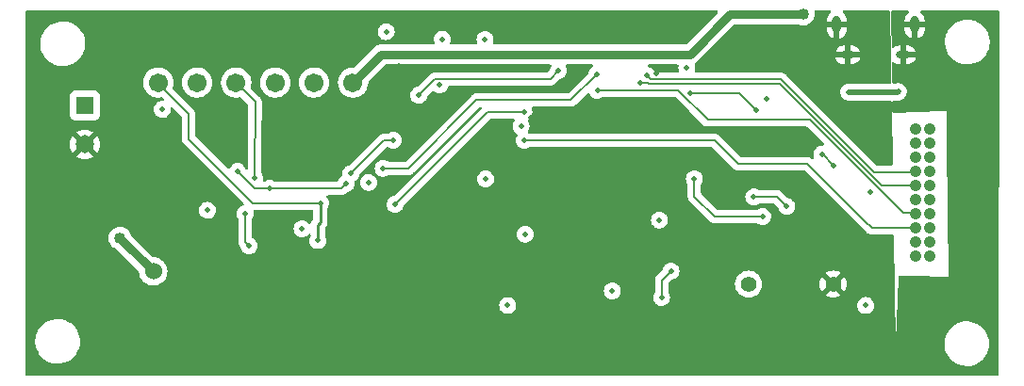
<source format=gbr>
%TF.GenerationSoftware,KiCad,Pcbnew,(6.0.9)*%
%TF.CreationDate,2022-12-21T09:32:13-07:00*%
%TF.ProjectId,Flight-Computer-Lite,466c6967-6874-42d4-936f-6d7075746572,rev?*%
%TF.SameCoordinates,Original*%
%TF.FileFunction,Copper,L4,Bot*%
%TF.FilePolarity,Positive*%
%FSLAX46Y46*%
G04 Gerber Fmt 4.6, Leading zero omitted, Abs format (unit mm)*
G04 Created by KiCad (PCBNEW (6.0.9)) date 2022-12-21 09:32:13*
%MOMM*%
%LPD*%
G01*
G04 APERTURE LIST*
%TA.AperFunction,ComponentPad*%
%ADD10C,1.066800*%
%TD*%
%TA.AperFunction,ComponentPad*%
%ADD11O,1.300000X0.650000*%
%TD*%
%TA.AperFunction,ComponentPad*%
%ADD12O,0.775000X1.550000*%
%TD*%
%TA.AperFunction,ComponentPad*%
%ADD13R,1.650000X1.650000*%
%TD*%
%TA.AperFunction,ComponentPad*%
%ADD14C,1.650000*%
%TD*%
%TA.AperFunction,ComponentPad*%
%ADD15C,1.701800*%
%TD*%
%TA.AperFunction,ComponentPad*%
%ADD16C,1.408000*%
%TD*%
%TA.AperFunction,SMDPad,CuDef*%
%ADD17C,1.524000*%
%TD*%
%TA.AperFunction,ViaPad*%
%ADD18C,0.499999*%
%TD*%
%TA.AperFunction,ViaPad*%
%ADD19C,1.016000*%
%TD*%
%TA.AperFunction,Conductor*%
%ADD20C,0.177800*%
%TD*%
%TA.AperFunction,Conductor*%
%ADD21C,0.254000*%
%TD*%
%TA.AperFunction,Conductor*%
%ADD22C,0.762000*%
%TD*%
%TA.AperFunction,Conductor*%
%ADD23C,0.508000*%
%TD*%
%TA.AperFunction,Conductor*%
%ADD24C,0.200000*%
%TD*%
G04 APERTURE END LIST*
D10*
%TO.P,P2,1,1*%
%TO.N,3.3V*%
X231230550Y-87706200D03*
%TO.P,P2,2,2*%
X232500550Y-87706200D03*
%TO.P,P2,3,3*%
%TO.N,Earth*%
X231230550Y-88976200D03*
%TO.P,P2,4,4*%
X232500550Y-88976200D03*
%TO.P,P2,5,5*%
X231230550Y-90246200D03*
%TO.P,P2,6,6*%
X232500550Y-90246200D03*
%TO.P,P2,7,7*%
%TO.N,SWDIO*%
X231230550Y-91516200D03*
%TO.P,P2,8,8*%
%TO.N,Earth*%
X232500550Y-91516200D03*
%TO.P,P2,9,9*%
%TO.N,SWCLK*%
X231230550Y-92786200D03*
%TO.P,P2,10,10*%
%TO.N,Earth*%
X232500550Y-92786200D03*
%TO.P,P2,11,11*%
%TO.N,unconnected-(P2-Pad11)*%
X231230550Y-94056200D03*
%TO.P,P2,12,12*%
%TO.N,Earth*%
X232500550Y-94056200D03*
%TO.P,P2,13,13*%
%TO.N,SWO*%
X231230550Y-95326200D03*
%TO.P,P2,14,14*%
%TO.N,Earth*%
X232500550Y-95326200D03*
%TO.P,P2,15,15*%
%TO.N,NRST*%
X231230550Y-96596200D03*
%TO.P,P2,16,16*%
%TO.N,Earth*%
X232500550Y-96596200D03*
%TO.P,P2,17,17*%
%TO.N,unconnected-(P2-Pad17)*%
X231230550Y-97866200D03*
%TO.P,P2,18,18*%
%TO.N,Earth*%
X232500550Y-97866200D03*
%TO.P,P2,19,19*%
%TO.N,unconnected-(P2-Pad19)*%
X231230550Y-99136200D03*
%TO.P,P2,20,20*%
%TO.N,Earth*%
X232500550Y-99136200D03*
%TD*%
D11*
%TO.P,P3,S1,SHIELD*%
%TO.N,Earth*%
X230185600Y-81021500D03*
D12*
%TO.P,P3,S2,SHIELD*%
X231185600Y-78321500D03*
X224185600Y-78321500D03*
D11*
X225185600Y-81021500D03*
%TD*%
D13*
%TO.P,P1,1,5*%
%TO.N,/PIN_SCREW*%
X156670400Y-85575200D03*
D14*
%TO.P,P1,2,6*%
%TO.N,Earth*%
X156670400Y-89075200D03*
%TD*%
D15*
%TO.P,P4,1,5*%
%TO.N,VIN*%
X180758803Y-83500501D03*
%TO.P,P4,2,6*%
%TO.N,VIN_SW*%
X177258800Y-83500501D03*
%TO.P,P4,3,5*%
X173758799Y-83500501D03*
%TO.P,P4,4,6*%
%TO.N,Net-(P4-Pad4)*%
X170258798Y-83500501D03*
%TO.P,P4,5,5*%
%TO.N,VIN_SW*%
X166758798Y-83500501D03*
%TO.P,P4,6,6*%
%TO.N,Net-(P4-Pad6)*%
X163258797Y-83500501D03*
%TD*%
D16*
%TO.P,BZ1,1,-*%
%TO.N,BEEP*%
X216265600Y-101625400D03*
%TO.P,BZ1,2,+*%
%TO.N,Earth*%
X223865600Y-101625400D03*
%TD*%
D17*
%TO.P,TP1,1*%
%TO.N,3.3V*%
X162814000Y-100482400D03*
%TD*%
D18*
%TO.N,Net-(P4-Pad4)*%
X171424600Y-98196400D03*
X171069000Y-95300800D03*
%TO.N,Net-(P4-Pad6)*%
X177596800Y-97713800D03*
%TO.N,NRST*%
X196146800Y-88688800D03*
%TO.N,Earth*%
X172999400Y-95351600D03*
X209959000Y-106403200D03*
X181559401Y-102463399D03*
X208026000Y-98247200D03*
X186588400Y-82423000D03*
X180009800Y-94513400D03*
X228066600Y-86995000D03*
X192938400Y-106095800D03*
D19*
X178257200Y-88595200D03*
D18*
X215747600Y-88188800D03*
X182092600Y-85953600D03*
X226034600Y-87985600D03*
X196621400Y-78968600D03*
X196742900Y-86695700D03*
X184886600Y-82042000D03*
X189128400Y-86461600D03*
X191211200Y-78232000D03*
D19*
X169011600Y-88646000D03*
D18*
X189877700Y-94932500D03*
X167640000Y-93116400D03*
X208014200Y-82688800D03*
X194501400Y-101103800D03*
X213055200Y-81915000D03*
X189992000Y-82067400D03*
X191832600Y-90691600D03*
D19*
X165468300Y-101942900D03*
D18*
%TO.N,3.3V*%
X188544200Y-83718400D03*
X182143400Y-92481400D03*
X194640200Y-103555800D03*
X195834000Y-87426800D03*
X192646800Y-92188800D03*
X208270800Y-95868800D03*
X192608200Y-79629000D03*
X227200400Y-93322200D03*
X176174400Y-96647000D03*
X226796600Y-103555800D03*
X217881200Y-84988400D03*
X204038200Y-102235000D03*
X163604000Y-85930800D03*
X167662800Y-94993400D03*
X183730000Y-78931400D03*
X188773800Y-79602600D03*
X210724000Y-82188800D03*
X196204500Y-97140100D03*
D19*
X159816800Y-97485200D03*
%TO.N,VIN*%
X221164430Y-77361770D03*
D18*
%TO.N,5V*%
X229717600Y-84328000D03*
X225272600Y-84353400D03*
%TO.N,/Peripherals/D-*%
X222846900Y-89928700D03*
X223926400Y-90957400D03*
%TO.N,SWDIO*%
X207137000Y-82854800D03*
%TO.N,SWCLK*%
X206578200Y-83540600D03*
%TO.N,SWO*%
X202692000Y-84201000D03*
%TO.N,Net-(P4-Pad4)*%
X171932600Y-92125800D03*
%TO.N,Net-(P4-Pad6)*%
X177825400Y-94335600D03*
%TO.N,USB_DETECT*%
X217525600Y-95580200D03*
X211404200Y-92151200D03*
%TO.N,FLASH_SCK*%
X208457800Y-102819200D03*
X209296000Y-100457000D03*
%TO.N,~{USB_RST}*%
X216989600Y-86007000D03*
X211048600Y-84429600D03*
%TO.N,VCOMP*%
X173278800Y-93040200D03*
X180111400Y-92608400D03*
X170383200Y-91516200D03*
%TO.N,~{SWITCH}*%
X183464200Y-91211400D03*
X202641200Y-82753200D03*
%TO.N,BP_SDA*%
X199204500Y-82440700D03*
X186639200Y-84658200D03*
%TO.N,~{MAIN_CONT}*%
X180543200Y-91694000D03*
X184353200Y-88696800D03*
%TO.N,~{DROGUE_CONT}*%
X184533600Y-94465200D03*
X196088000Y-86156800D03*
%TO.N,TX_USB*%
X216738200Y-93802200D03*
X219700000Y-94650400D03*
%TD*%
D20*
%TO.N,Net-(P4-Pad4)*%
X171069000Y-95300800D02*
X171069000Y-97840800D01*
X171069000Y-97840800D02*
X171424600Y-98196400D01*
D21*
%TO.N,Net-(P4-Pad6)*%
X177596800Y-97713800D02*
X177596800Y-96291400D01*
X177596800Y-96291400D02*
X177825400Y-96062800D01*
X177825400Y-96062800D02*
X177825400Y-94335600D01*
D20*
%TO.N,NRST*%
X213199600Y-88688800D02*
X215315800Y-90805000D01*
X215315800Y-90805000D02*
X221538800Y-90805000D01*
X196146800Y-88688800D02*
X213199600Y-88688800D01*
X221538800Y-90805000D02*
X226695000Y-95961200D01*
X227330000Y-96596200D02*
X226695000Y-95961200D01*
X231230550Y-96596200D02*
X227330000Y-96596200D01*
D22*
%TO.N,3.3V*%
X159816800Y-97485200D02*
X162814000Y-100482400D01*
%TO.N,VIN*%
X210997800Y-80975200D02*
X214611230Y-77361770D01*
X214611230Y-77361770D02*
X221164430Y-77361770D01*
X183284104Y-80975200D02*
X210997800Y-80975200D01*
X180758803Y-83500501D02*
X183284104Y-80975200D01*
D23*
%TO.N,5V*%
X229692200Y-84353400D02*
X229717600Y-84328000D01*
X225272600Y-84353400D02*
X229692200Y-84353400D01*
D24*
%TO.N,/Peripherals/D-*%
X223926400Y-90957400D02*
X222872300Y-89903300D01*
D20*
%TO.N,SWDIO*%
X207137000Y-82854800D02*
X207509900Y-83227700D01*
X207509900Y-83227700D02*
X219193900Y-83227700D01*
X219193900Y-83227700D02*
X227507800Y-91541600D01*
X227507800Y-91541600D02*
X231267000Y-91541600D01*
%TO.N,SWCLK*%
X228218110Y-92786200D02*
X228676200Y-92786200D01*
X207351500Y-83605500D02*
X219037410Y-83605500D01*
X207264000Y-83540600D02*
X207340200Y-83616800D01*
X206578200Y-83540600D02*
X207264000Y-83540600D01*
X219037410Y-83605500D02*
X228218110Y-92786200D01*
X228676200Y-92786200D02*
X231140000Y-92786200D01*
%TO.N,SWO*%
X209931000Y-84201000D02*
X212598000Y-86868000D01*
X212598000Y-86868000D02*
X221765620Y-86868000D01*
X221765620Y-86868000D02*
X230147620Y-95250000D01*
X230147620Y-95250000D02*
X230987600Y-95250000D01*
X202692000Y-84201000D02*
X209931000Y-84201000D01*
%TO.N,Net-(P4-Pad4)*%
X171958000Y-85242400D02*
X170357800Y-83642200D01*
X171932600Y-91922600D02*
X171958000Y-85242400D01*
X171932600Y-91922600D02*
X171932600Y-92125800D01*
%TO.N,Net-(P4-Pad6)*%
X171754800Y-94335600D02*
X166014400Y-88595200D01*
X166014400Y-86360000D02*
X163220400Y-83566000D01*
X177825400Y-94335600D02*
X171754800Y-94335600D01*
X166014400Y-88595200D02*
X166014400Y-86360000D01*
%TO.N,USB_DETECT*%
X211404200Y-93751400D02*
X213233000Y-95580200D01*
X211404200Y-92151200D02*
X211404200Y-93751400D01*
X213233000Y-95580200D02*
X217525600Y-95580200D01*
%TO.N,FLASH_SCK*%
X208457800Y-102819200D02*
X208457800Y-101295200D01*
X208457800Y-101295200D02*
X209296000Y-100457000D01*
%TO.N,~{USB_RST}*%
X211048600Y-84429600D02*
X215412200Y-84429600D01*
X215412200Y-84429600D02*
X216989600Y-86007000D01*
%TO.N,VCOMP*%
X170383200Y-91516200D02*
X171907200Y-93040200D01*
X173278800Y-93040200D02*
X179679600Y-93040200D01*
X179679600Y-93040200D02*
X180111400Y-92608400D01*
X171907200Y-93040200D02*
X173278800Y-93040200D01*
%TO.N,~{SWITCH}*%
X185724800Y-91211400D02*
X191846200Y-85090000D01*
X200304400Y-85090000D02*
X202641200Y-82753200D01*
X183464200Y-91211400D02*
X185724800Y-91211400D01*
X191846200Y-85090000D02*
X200304400Y-85090000D01*
%TO.N,BP_SDA*%
X188117899Y-83179501D02*
X198465699Y-83179501D01*
X186639200Y-84658200D02*
X188117899Y-83179501D01*
X198465699Y-83179501D02*
X199204500Y-82440700D01*
%TO.N,~{MAIN_CONT}*%
X183540400Y-88696800D02*
X184353200Y-88696800D01*
X180543200Y-91694000D02*
X183540400Y-88696800D01*
%TO.N,~{DROGUE_CONT}*%
X192842000Y-86156800D02*
X184533600Y-94465200D01*
X196088000Y-86156800D02*
X192842000Y-86156800D01*
%TO.N,TX_USB*%
X216738200Y-93802200D02*
X218851800Y-93802200D01*
X218851800Y-93802200D02*
X219700000Y-94650400D01*
%TD*%
%TA.AperFunction,Conductor*%
%TO.N,Earth*%
G36*
X213465688Y-77033302D02*
G01*
X213512181Y-77086958D01*
X213522285Y-77157232D01*
X213492791Y-77221812D01*
X213486662Y-77228395D01*
X210666262Y-80048795D01*
X210603950Y-80082821D01*
X210577167Y-80085700D01*
X193428789Y-80085700D01*
X193360668Y-80065698D01*
X193314175Y-80012042D01*
X193304071Y-79941768D01*
X193311001Y-79914957D01*
X193345017Y-79825409D01*
X193345018Y-79825406D01*
X193347518Y-79818824D01*
X193371200Y-79650313D01*
X193371498Y-79629000D01*
X193359599Y-79522913D01*
X193353315Y-79466888D01*
X193353314Y-79466885D01*
X193352530Y-79459892D01*
X193296567Y-79299190D01*
X193290582Y-79289611D01*
X193210125Y-79160853D01*
X193206392Y-79154879D01*
X193121064Y-79068954D01*
X193091449Y-79039131D01*
X193091445Y-79039128D01*
X193086485Y-79034133D01*
X192942808Y-78942952D01*
X192782500Y-78885869D01*
X192613529Y-78865721D01*
X192606526Y-78866457D01*
X192606525Y-78866457D01*
X192451301Y-78882771D01*
X192451297Y-78882772D01*
X192444293Y-78883508D01*
X192437622Y-78885779D01*
X192289874Y-78936076D01*
X192289871Y-78936077D01*
X192283204Y-78938347D01*
X192277206Y-78942037D01*
X192277204Y-78942038D01*
X192269579Y-78946729D01*
X192138267Y-79027513D01*
X192133236Y-79032440D01*
X192133233Y-79032442D01*
X192083686Y-79080962D01*
X192016686Y-79146573D01*
X191924505Y-79289611D01*
X191922096Y-79296231D01*
X191922095Y-79296232D01*
X191883528Y-79402193D01*
X191866304Y-79449516D01*
X191844976Y-79618343D01*
X191861582Y-79787699D01*
X191863806Y-79794384D01*
X191863806Y-79794385D01*
X191905569Y-79919928D01*
X191908092Y-79990880D01*
X191871855Y-80051932D01*
X191808363Y-80083702D01*
X191786011Y-80085700D01*
X189584360Y-80085700D01*
X189516239Y-80065698D01*
X189469746Y-80012042D01*
X189459642Y-79941768D01*
X189466572Y-79914957D01*
X189513118Y-79792424D01*
X189536800Y-79623913D01*
X189537098Y-79602600D01*
X189521091Y-79459892D01*
X189518915Y-79440488D01*
X189518914Y-79440485D01*
X189518130Y-79433492D01*
X189462167Y-79272790D01*
X189456182Y-79263211D01*
X189375725Y-79134453D01*
X189371992Y-79128479D01*
X189278302Y-79034133D01*
X189257049Y-79012731D01*
X189257045Y-79012728D01*
X189252085Y-79007733D01*
X189108408Y-78916552D01*
X188948100Y-78859469D01*
X188779129Y-78839321D01*
X188772126Y-78840057D01*
X188772125Y-78840057D01*
X188616901Y-78856371D01*
X188616897Y-78856372D01*
X188609893Y-78857108D01*
X188603222Y-78859379D01*
X188455474Y-78909676D01*
X188455471Y-78909677D01*
X188448804Y-78911947D01*
X188442806Y-78915637D01*
X188442804Y-78915638D01*
X188410745Y-78935361D01*
X188303867Y-79001113D01*
X188298836Y-79006040D01*
X188298833Y-79006042D01*
X188270148Y-79034133D01*
X188182286Y-79120173D01*
X188090105Y-79263211D01*
X188087696Y-79269831D01*
X188087695Y-79269832D01*
X188086280Y-79273721D01*
X188031904Y-79423116D01*
X188010576Y-79591943D01*
X188027182Y-79761299D01*
X188048509Y-79825409D01*
X188079951Y-79919928D01*
X188082474Y-79990880D01*
X188046237Y-80051932D01*
X187982745Y-80083702D01*
X187960393Y-80085700D01*
X183364029Y-80085700D01*
X183344318Y-80084149D01*
X183337431Y-80083058D01*
X183337429Y-80083058D01*
X183330914Y-80082026D01*
X183324326Y-80082371D01*
X183324322Y-80082371D01*
X183264105Y-80085527D01*
X183257511Y-80085700D01*
X183237484Y-80085700D01*
X183234213Y-80086044D01*
X183234209Y-80086044D01*
X183217565Y-80087793D01*
X183210991Y-80088310D01*
X183150788Y-80091465D01*
X183150786Y-80091465D01*
X183144189Y-80091811D01*
X183131076Y-80095325D01*
X183111634Y-80098928D01*
X183110392Y-80099058D01*
X183104719Y-80099654D01*
X183104715Y-80099655D01*
X183098148Y-80100345D01*
X183043123Y-80118223D01*
X183034522Y-80121018D01*
X183028198Y-80122891D01*
X182963580Y-80140206D01*
X182951488Y-80146367D01*
X182933229Y-80153930D01*
X182920319Y-80158125D01*
X182868129Y-80188257D01*
X182862380Y-80191576D01*
X182856584Y-80194723D01*
X182796979Y-80225093D01*
X182789473Y-80231171D01*
X182786434Y-80233632D01*
X182770149Y-80244825D01*
X182764102Y-80248316D01*
X182764099Y-80248319D01*
X182758389Y-80251615D01*
X182753489Y-80256027D01*
X182753485Y-80256030D01*
X182708679Y-80296375D01*
X182703658Y-80300663D01*
X182688098Y-80313263D01*
X182673951Y-80327410D01*
X182669167Y-80331951D01*
X182639382Y-80358770D01*
X182619435Y-80376730D01*
X182611452Y-80387718D01*
X182598615Y-80402746D01*
X180896752Y-82104609D01*
X180834440Y-82138635D01*
X180806118Y-82141505D01*
X180668821Y-82139828D01*
X180668819Y-82139828D01*
X180663651Y-82139765D01*
X180442685Y-82173577D01*
X180318941Y-82214023D01*
X180235128Y-82241417D01*
X180235126Y-82241418D01*
X180230209Y-82243025D01*
X180225623Y-82245412D01*
X180225619Y-82245414D01*
X180042981Y-82340490D01*
X180031928Y-82346244D01*
X180027786Y-82349354D01*
X179872530Y-82465923D01*
X179853168Y-82480460D01*
X179698730Y-82642071D01*
X179695816Y-82646343D01*
X179695815Y-82646344D01*
X179680567Y-82668697D01*
X179572761Y-82826735D01*
X179559217Y-82855914D01*
X179515725Y-82949609D01*
X179478643Y-83029494D01*
X179418905Y-83244902D01*
X179395151Y-83467174D01*
X179395448Y-83472326D01*
X179395448Y-83472330D01*
X179397882Y-83514533D01*
X179408019Y-83690341D01*
X179409156Y-83695387D01*
X179409157Y-83695393D01*
X179424721Y-83764454D01*
X179457163Y-83908410D01*
X179499659Y-84013066D01*
X179519384Y-84061642D01*
X179541263Y-84115525D01*
X179543968Y-84119940D01*
X179543969Y-84119941D01*
X179569016Y-84160814D01*
X179658062Y-84306122D01*
X179804421Y-84475084D01*
X179808396Y-84478384D01*
X179808399Y-84478387D01*
X179851878Y-84514484D01*
X179976411Y-84617873D01*
X180169413Y-84730654D01*
X180174233Y-84732494D01*
X180174238Y-84732497D01*
X180277693Y-84772002D01*
X180378243Y-84810398D01*
X180383311Y-84811429D01*
X180383314Y-84811430D01*
X180456343Y-84826288D01*
X180597293Y-84854965D01*
X180602466Y-84855155D01*
X180602469Y-84855155D01*
X180815517Y-84862967D01*
X180815521Y-84862967D01*
X180820681Y-84863156D01*
X180825801Y-84862500D01*
X180825803Y-84862500D01*
X181037279Y-84835409D01*
X181037280Y-84835409D01*
X181042407Y-84834752D01*
X181048774Y-84832842D01*
X181251563Y-84772002D01*
X181256516Y-84770516D01*
X181261155Y-84768243D01*
X181261161Y-84768241D01*
X181423493Y-84688715D01*
X181457260Y-84672173D01*
X181590846Y-84576887D01*
X181635033Y-84545369D01*
X181635038Y-84545365D01*
X181639245Y-84542364D01*
X181797586Y-84384575D01*
X181928030Y-84203043D01*
X181973654Y-84110731D01*
X182024779Y-84007287D01*
X182024780Y-84007285D01*
X182027073Y-84002645D01*
X182092056Y-83788760D01*
X182121234Y-83567135D01*
X182121316Y-83563785D01*
X182122780Y-83503866D01*
X182122780Y-83503862D01*
X182122862Y-83500501D01*
X182119582Y-83460603D01*
X182133935Y-83391072D01*
X182156063Y-83361184D01*
X183615642Y-81901605D01*
X183677954Y-81867579D01*
X183704737Y-81864700D01*
X198442189Y-81864700D01*
X198510310Y-81884702D01*
X198556803Y-81938358D01*
X198566907Y-82008632D01*
X198548101Y-82058954D01*
X198524623Y-82095385D01*
X198524620Y-82095392D01*
X198520805Y-82101311D01*
X198518396Y-82107931D01*
X198518395Y-82107932D01*
X198494787Y-82172795D01*
X198462604Y-82261216D01*
X198461721Y-82268204D01*
X198461721Y-82268205D01*
X198456945Y-82306012D01*
X198428563Y-82371089D01*
X198421034Y-82379315D01*
X198255153Y-82545196D01*
X198192841Y-82579222D01*
X198166058Y-82582101D01*
X188165313Y-82582101D01*
X188148866Y-82581023D01*
X188126087Y-82578024D01*
X188117899Y-82576946D01*
X187980958Y-82594975D01*
X187961946Y-82597478D01*
X187816622Y-82657673D01*
X187691828Y-82753430D01*
X187686800Y-82759983D01*
X187672809Y-82778216D01*
X187661942Y-82790607D01*
X186578973Y-83873576D01*
X186516661Y-83907602D01*
X186503051Y-83909791D01*
X186497903Y-83910332D01*
X186482301Y-83911971D01*
X186482297Y-83911972D01*
X186475293Y-83912708D01*
X186468622Y-83914979D01*
X186320874Y-83965276D01*
X186320871Y-83965277D01*
X186314204Y-83967547D01*
X186308206Y-83971237D01*
X186308204Y-83971238D01*
X186264237Y-83998287D01*
X186169267Y-84056713D01*
X186164236Y-84061640D01*
X186164233Y-84061642D01*
X186114105Y-84110731D01*
X186047686Y-84175773D01*
X185955505Y-84318811D01*
X185953096Y-84325431D01*
X185953095Y-84325432D01*
X185900048Y-84471177D01*
X185897304Y-84478716D01*
X185875976Y-84647543D01*
X185892582Y-84816899D01*
X185894806Y-84823584D01*
X185894806Y-84823585D01*
X185898027Y-84833267D01*
X185946295Y-84978367D01*
X185949942Y-84984389D01*
X185949943Y-84984391D01*
X185998099Y-85063905D01*
X186034447Y-85123923D01*
X186039343Y-85128993D01*
X186056828Y-85147099D01*
X186152656Y-85246331D01*
X186295046Y-85339509D01*
X186454542Y-85398825D01*
X186461523Y-85399756D01*
X186461525Y-85399757D01*
X186507626Y-85405908D01*
X186623215Y-85421331D01*
X186630226Y-85420693D01*
X186630230Y-85420693D01*
X186785661Y-85406547D01*
X186792682Y-85405908D01*
X186799384Y-85403730D01*
X186799386Y-85403730D01*
X186947823Y-85355500D01*
X186947826Y-85355499D01*
X186954522Y-85353323D01*
X187059563Y-85290706D01*
X187094634Y-85269800D01*
X187094637Y-85269798D01*
X187100689Y-85266190D01*
X187223920Y-85148838D01*
X187246036Y-85115552D01*
X187288172Y-85052132D01*
X187318090Y-85007102D01*
X187326717Y-84984391D01*
X187376017Y-84854609D01*
X187376018Y-84854606D01*
X187378518Y-84848024D01*
X187380306Y-84835305D01*
X187386434Y-84791697D01*
X187415722Y-84727023D01*
X187422113Y-84720138D01*
X187857960Y-84284291D01*
X187920272Y-84250265D01*
X187991087Y-84255330D01*
X188037689Y-84285856D01*
X188047904Y-84296433D01*
X188057656Y-84306531D01*
X188200046Y-84399709D01*
X188359542Y-84459025D01*
X188366523Y-84459956D01*
X188366525Y-84459957D01*
X188412626Y-84466108D01*
X188528215Y-84481531D01*
X188535226Y-84480893D01*
X188535230Y-84480893D01*
X188690661Y-84466747D01*
X188697682Y-84466108D01*
X188704384Y-84463930D01*
X188704386Y-84463930D01*
X188852823Y-84415700D01*
X188852826Y-84415699D01*
X188859522Y-84413523D01*
X188957269Y-84355254D01*
X188999634Y-84330000D01*
X188999637Y-84329998D01*
X189005689Y-84326390D01*
X189128920Y-84209038D01*
X189135986Y-84198404D01*
X189191050Y-84115525D01*
X189223090Y-84067302D01*
X189228515Y-84053022D01*
X189281016Y-83914810D01*
X189283518Y-83908224D01*
X189284498Y-83901249D01*
X189284500Y-83901242D01*
X189286732Y-83885363D01*
X189316021Y-83820690D01*
X189375625Y-83782118D01*
X189411505Y-83776901D01*
X198418285Y-83776901D01*
X198434732Y-83777979D01*
X198465699Y-83782056D01*
X198504854Y-83776901D01*
X198621652Y-83761524D01*
X198766976Y-83701329D01*
X198891770Y-83605572D01*
X198910789Y-83580786D01*
X198921656Y-83568395D01*
X199263750Y-83226301D01*
X199326062Y-83192275D01*
X199341424Y-83189915D01*
X199350961Y-83189047D01*
X199357982Y-83188408D01*
X199364684Y-83186230D01*
X199364686Y-83186230D01*
X199513123Y-83138000D01*
X199513126Y-83137999D01*
X199519822Y-83135823D01*
X199637079Y-83065924D01*
X199659934Y-83052300D01*
X199659937Y-83052298D01*
X199665989Y-83048690D01*
X199789220Y-82931338D01*
X199883390Y-82789602D01*
X199885890Y-82783021D01*
X199941317Y-82637109D01*
X199941318Y-82637106D01*
X199943818Y-82630524D01*
X199967500Y-82462013D01*
X199967798Y-82440700D01*
X199948830Y-82271592D01*
X199892867Y-82110890D01*
X199859486Y-82057469D01*
X199840351Y-81989100D01*
X199861217Y-81921239D01*
X199915459Y-81875431D01*
X199966341Y-81864700D01*
X202192525Y-81864700D01*
X202260646Y-81884702D01*
X202307139Y-81938358D01*
X202317243Y-82008632D01*
X202287749Y-82073212D01*
X202258547Y-82098018D01*
X202171267Y-82151713D01*
X202166236Y-82156640D01*
X202166233Y-82156642D01*
X202129350Y-82192761D01*
X202049686Y-82270773D01*
X201957505Y-82413811D01*
X201955096Y-82420431D01*
X201955095Y-82420432D01*
X201917039Y-82524990D01*
X201899304Y-82573716D01*
X201896422Y-82596533D01*
X201893645Y-82618512D01*
X201865263Y-82683589D01*
X201857734Y-82691815D01*
X200093854Y-84455695D01*
X200031542Y-84489721D01*
X200004759Y-84492600D01*
X191893614Y-84492600D01*
X191877167Y-84491522D01*
X191854388Y-84488523D01*
X191846200Y-84487445D01*
X191733770Y-84502247D01*
X191690247Y-84507977D01*
X191544923Y-84568172D01*
X191484458Y-84614568D01*
X191432346Y-84654555D01*
X191420129Y-84663929D01*
X191401131Y-84688688D01*
X191401110Y-84688715D01*
X191390243Y-84701106D01*
X185514254Y-90577095D01*
X185451942Y-90611121D01*
X185425159Y-90614000D01*
X183975100Y-90614000D01*
X183907586Y-90594385D01*
X183804762Y-90529130D01*
X183804758Y-90529128D01*
X183798808Y-90525352D01*
X183638500Y-90468269D01*
X183469529Y-90448121D01*
X183462526Y-90448857D01*
X183462525Y-90448857D01*
X183307301Y-90465171D01*
X183307297Y-90465172D01*
X183300293Y-90465908D01*
X183293622Y-90468179D01*
X183145874Y-90518476D01*
X183145871Y-90518477D01*
X183139204Y-90520747D01*
X183133206Y-90524437D01*
X183133204Y-90524438D01*
X183066736Y-90565330D01*
X182994267Y-90609913D01*
X182989236Y-90614840D01*
X182989233Y-90614842D01*
X182936106Y-90666868D01*
X182872686Y-90728973D01*
X182780505Y-90872011D01*
X182778096Y-90878631D01*
X182778095Y-90878632D01*
X182749426Y-90957400D01*
X182722304Y-91031916D01*
X182700976Y-91200743D01*
X182717582Y-91370099D01*
X182719806Y-91376784D01*
X182719806Y-91376785D01*
X182723570Y-91388101D01*
X182771295Y-91531567D01*
X182774942Y-91537589D01*
X182774943Y-91537591D01*
X182784008Y-91552559D01*
X182859447Y-91677123D01*
X182977656Y-91799531D01*
X183120046Y-91892709D01*
X183279542Y-91952025D01*
X183286523Y-91952956D01*
X183286525Y-91952957D01*
X183332626Y-91959108D01*
X183448215Y-91974531D01*
X183455226Y-91973893D01*
X183455230Y-91973893D01*
X183610661Y-91959747D01*
X183617682Y-91959108D01*
X183624384Y-91956930D01*
X183624386Y-91956930D01*
X183772823Y-91908700D01*
X183772826Y-91908699D01*
X183779522Y-91906523D01*
X183911170Y-91828045D01*
X183913643Y-91826571D01*
X183978160Y-91808800D01*
X185677386Y-91808800D01*
X185693833Y-91809878D01*
X185724800Y-91813955D01*
X185763955Y-91808800D01*
X185880753Y-91793423D01*
X186026077Y-91733228D01*
X186131852Y-91652065D01*
X186144320Y-91642498D01*
X186144321Y-91642497D01*
X186150871Y-91637471D01*
X186169890Y-91612685D01*
X186180757Y-91600294D01*
X192056746Y-85724305D01*
X192119058Y-85690279D01*
X192145841Y-85687400D01*
X192162359Y-85687400D01*
X192230480Y-85707402D01*
X192276973Y-85761058D01*
X192287077Y-85831332D01*
X192257583Y-85895912D01*
X192251454Y-85902495D01*
X184473373Y-93680576D01*
X184411061Y-93714602D01*
X184397451Y-93716791D01*
X184392303Y-93717332D01*
X184376701Y-93718971D01*
X184376697Y-93718972D01*
X184369693Y-93719708D01*
X184363022Y-93721979D01*
X184215274Y-93772276D01*
X184215271Y-93772277D01*
X184208604Y-93774547D01*
X184202606Y-93778237D01*
X184202604Y-93778238D01*
X184146363Y-93812838D01*
X184063667Y-93863713D01*
X184058636Y-93868640D01*
X184058633Y-93868642D01*
X184027465Y-93899164D01*
X183942086Y-93982773D01*
X183849905Y-94125811D01*
X183847496Y-94132431D01*
X183847495Y-94132432D01*
X183811939Y-94230121D01*
X183791704Y-94285716D01*
X183770376Y-94454543D01*
X183786982Y-94623899D01*
X183789206Y-94630584D01*
X183789206Y-94630585D01*
X183810841Y-94695622D01*
X183840695Y-94785367D01*
X183844342Y-94791389D01*
X183844343Y-94791391D01*
X183877906Y-94846809D01*
X183928847Y-94930923D01*
X183933743Y-94935993D01*
X183950169Y-94953002D01*
X184047056Y-95053331D01*
X184189446Y-95146509D01*
X184348942Y-95205825D01*
X184355923Y-95206756D01*
X184355925Y-95206757D01*
X184402026Y-95212908D01*
X184517615Y-95228331D01*
X184524626Y-95227693D01*
X184524630Y-95227693D01*
X184680061Y-95213547D01*
X184687082Y-95212908D01*
X184693784Y-95210730D01*
X184693786Y-95210730D01*
X184842223Y-95162500D01*
X184842226Y-95162499D01*
X184848922Y-95160323D01*
X184940853Y-95105521D01*
X184989034Y-95076800D01*
X184989037Y-95076798D01*
X184995089Y-95073190D01*
X185118320Y-94955838D01*
X185123048Y-94948723D01*
X185195659Y-94839434D01*
X185212490Y-94814102D01*
X185222462Y-94787850D01*
X185270417Y-94661609D01*
X185270418Y-94661606D01*
X185272918Y-94655024D01*
X185280834Y-94598697D01*
X185310122Y-94534023D01*
X185316513Y-94527138D01*
X187665508Y-92178143D01*
X191883576Y-92178143D01*
X191900182Y-92347499D01*
X191953895Y-92508967D01*
X191957542Y-92514989D01*
X191957543Y-92514991D01*
X191974848Y-92543564D01*
X192042047Y-92654523D01*
X192046943Y-92659593D01*
X192064534Y-92677809D01*
X192160256Y-92776931D01*
X192302646Y-92870109D01*
X192462142Y-92929425D01*
X192469123Y-92930356D01*
X192469125Y-92930357D01*
X192515226Y-92936508D01*
X192630815Y-92951931D01*
X192637826Y-92951293D01*
X192637830Y-92951293D01*
X192793261Y-92937147D01*
X192800282Y-92936508D01*
X192806984Y-92934330D01*
X192806986Y-92934330D01*
X192955423Y-92886100D01*
X192955426Y-92886099D01*
X192962122Y-92883923D01*
X193036184Y-92839773D01*
X193102234Y-92800400D01*
X193102237Y-92800398D01*
X193108289Y-92796790D01*
X193231520Y-92679438D01*
X193236978Y-92671224D01*
X193321795Y-92543564D01*
X193325690Y-92537702D01*
X193334317Y-92514991D01*
X193383617Y-92385209D01*
X193383618Y-92385206D01*
X193386118Y-92378624D01*
X193409800Y-92210113D01*
X193410098Y-92188800D01*
X193404685Y-92140543D01*
X210640976Y-92140543D01*
X210657582Y-92309899D01*
X210711295Y-92471367D01*
X210714942Y-92477389D01*
X210714943Y-92477391D01*
X210788576Y-92598973D01*
X210806800Y-92664244D01*
X210806800Y-93703986D01*
X210805722Y-93720433D01*
X210801645Y-93751400D01*
X210806800Y-93790555D01*
X210822177Y-93907353D01*
X210882372Y-94052677D01*
X210895594Y-94069908D01*
X210969705Y-94166492D01*
X210978129Y-94177471D01*
X210984682Y-94182499D01*
X211002915Y-94196490D01*
X211015306Y-94207357D01*
X212777043Y-95969095D01*
X212787911Y-95981487D01*
X212801903Y-95999722D01*
X212801906Y-95999725D01*
X212806929Y-96006271D01*
X212838260Y-96030312D01*
X212838261Y-96030313D01*
X212931723Y-96102028D01*
X213077047Y-96162223D01*
X213233000Y-96182756D01*
X213241188Y-96181678D01*
X213263975Y-96178678D01*
X213280422Y-96177600D01*
X217015658Y-96177600D01*
X217084651Y-96198168D01*
X217181446Y-96261509D01*
X217340942Y-96320825D01*
X217347923Y-96321756D01*
X217347925Y-96321757D01*
X217394026Y-96327908D01*
X217509615Y-96343331D01*
X217516626Y-96342693D01*
X217516630Y-96342693D01*
X217672061Y-96328547D01*
X217679082Y-96327908D01*
X217685784Y-96325730D01*
X217685786Y-96325730D01*
X217834223Y-96277500D01*
X217834226Y-96277499D01*
X217840922Y-96275323D01*
X217970351Y-96198168D01*
X217981034Y-96191800D01*
X217981037Y-96191798D01*
X217987089Y-96188190D01*
X218110320Y-96070838D01*
X218125063Y-96048649D01*
X218180819Y-95964729D01*
X218204490Y-95929102D01*
X218223819Y-95878219D01*
X218262417Y-95776609D01*
X218262418Y-95776606D01*
X218264918Y-95770024D01*
X218288600Y-95601513D01*
X218288717Y-95593164D01*
X218288843Y-95584161D01*
X218288843Y-95584155D01*
X218288898Y-95580200D01*
X218278112Y-95484038D01*
X218270715Y-95418088D01*
X218270714Y-95418085D01*
X218269930Y-95411092D01*
X218213967Y-95250390D01*
X218208968Y-95242389D01*
X218127525Y-95112053D01*
X218123792Y-95106079D01*
X218033061Y-95014713D01*
X218008849Y-94990331D01*
X218008845Y-94990328D01*
X218003885Y-94985333D01*
X217860208Y-94894152D01*
X217699900Y-94837069D01*
X217530929Y-94816921D01*
X217523926Y-94817657D01*
X217523925Y-94817657D01*
X217368701Y-94833971D01*
X217368697Y-94833972D01*
X217361693Y-94834708D01*
X217355022Y-94836979D01*
X217207274Y-94887276D01*
X217207271Y-94887277D01*
X217200604Y-94889547D01*
X217194608Y-94893236D01*
X217194597Y-94893241D01*
X217079391Y-94964117D01*
X217013369Y-94982800D01*
X213532642Y-94982800D01*
X213464521Y-94962798D01*
X213443547Y-94945895D01*
X212289194Y-93791543D01*
X215974976Y-93791543D01*
X215991582Y-93960899D01*
X216045295Y-94122367D01*
X216048942Y-94128389D01*
X216048943Y-94128391D01*
X216093229Y-94201516D01*
X216133447Y-94267923D01*
X216251656Y-94390331D01*
X216394046Y-94483509D01*
X216553542Y-94542825D01*
X216560523Y-94543756D01*
X216560525Y-94543757D01*
X216606626Y-94549908D01*
X216722215Y-94565331D01*
X216729226Y-94564693D01*
X216729230Y-94564693D01*
X216884661Y-94550547D01*
X216891682Y-94549908D01*
X216898384Y-94547730D01*
X216898386Y-94547730D01*
X217046823Y-94499500D01*
X217046826Y-94499499D01*
X217053522Y-94497323D01*
X217187643Y-94417371D01*
X217252160Y-94399600D01*
X218552159Y-94399600D01*
X218620280Y-94419602D01*
X218641254Y-94436505D01*
X218914907Y-94710158D01*
X218948933Y-94772470D01*
X218951211Y-94786957D01*
X218953382Y-94809099D01*
X219007095Y-94970567D01*
X219010742Y-94976589D01*
X219010743Y-94976591D01*
X219031440Y-95010766D01*
X219095247Y-95116123D01*
X219100143Y-95121193D01*
X219117038Y-95138688D01*
X219213456Y-95238531D01*
X219355846Y-95331709D01*
X219515342Y-95391025D01*
X219522323Y-95391956D01*
X219522325Y-95391957D01*
X219568426Y-95398108D01*
X219684015Y-95413531D01*
X219691026Y-95412893D01*
X219691030Y-95412893D01*
X219846461Y-95398747D01*
X219853482Y-95398108D01*
X219860184Y-95395930D01*
X219860186Y-95395930D01*
X220008623Y-95347700D01*
X220008626Y-95347699D01*
X220015322Y-95345523D01*
X220114406Y-95286457D01*
X220155434Y-95262000D01*
X220155437Y-95261998D01*
X220161489Y-95258390D01*
X220284720Y-95141038D01*
X220295486Y-95124835D01*
X220371273Y-95010766D01*
X220378890Y-94999302D01*
X220389645Y-94970990D01*
X220436817Y-94846809D01*
X220436818Y-94846806D01*
X220439318Y-94840224D01*
X220463000Y-94671713D01*
X220463197Y-94657614D01*
X220463243Y-94654361D01*
X220463243Y-94654355D01*
X220463298Y-94650400D01*
X220451207Y-94542603D01*
X220445115Y-94488288D01*
X220445114Y-94488285D01*
X220444330Y-94481292D01*
X220388367Y-94320590D01*
X220375799Y-94300476D01*
X220301925Y-94182253D01*
X220298192Y-94176279D01*
X220207876Y-94085331D01*
X220183249Y-94060531D01*
X220183245Y-94060528D01*
X220178285Y-94055533D01*
X220034608Y-93964352D01*
X219874300Y-93907269D01*
X219835218Y-93902609D01*
X219769944Y-93874682D01*
X219761041Y-93866590D01*
X219307761Y-93413310D01*
X219296893Y-93400919D01*
X219282894Y-93382675D01*
X219282893Y-93382674D01*
X219277871Y-93376129D01*
X219153077Y-93280372D01*
X219007753Y-93220177D01*
X218947702Y-93212271D01*
X218851800Y-93199645D01*
X218843612Y-93200723D01*
X218843611Y-93200723D01*
X218820831Y-93203722D01*
X218804385Y-93204800D01*
X217249100Y-93204800D01*
X217181586Y-93185185D01*
X217078762Y-93119930D01*
X217078758Y-93119928D01*
X217072808Y-93116152D01*
X216912500Y-93059069D01*
X216743529Y-93038921D01*
X216736526Y-93039657D01*
X216736525Y-93039657D01*
X216581301Y-93055971D01*
X216581297Y-93055972D01*
X216574293Y-93056708D01*
X216567622Y-93058979D01*
X216419874Y-93109276D01*
X216419871Y-93109277D01*
X216413204Y-93111547D01*
X216407206Y-93115237D01*
X216407204Y-93115238D01*
X216340736Y-93156130D01*
X216268267Y-93200713D01*
X216263236Y-93205640D01*
X216263233Y-93205642D01*
X216238618Y-93229747D01*
X216146686Y-93319773D01*
X216054505Y-93462811D01*
X216052096Y-93469431D01*
X216052095Y-93469432D01*
X216020223Y-93556999D01*
X215996304Y-93622716D01*
X215974976Y-93791543D01*
X212289194Y-93791543D01*
X212038505Y-93540854D01*
X212004480Y-93478542D01*
X212001600Y-93451759D01*
X212001600Y-92660796D01*
X212022652Y-92591068D01*
X212062481Y-92531121D01*
X212083090Y-92500102D01*
X212092807Y-92474521D01*
X212141017Y-92347609D01*
X212141018Y-92347606D01*
X212143518Y-92341024D01*
X212167200Y-92172513D01*
X212167317Y-92164164D01*
X212167443Y-92155161D01*
X212167443Y-92155155D01*
X212167498Y-92151200D01*
X212153532Y-92026688D01*
X212149315Y-91989088D01*
X212149314Y-91989085D01*
X212148530Y-91982092D01*
X212092567Y-91821390D01*
X212086582Y-91811811D01*
X212006125Y-91683053D01*
X212002392Y-91677079D01*
X211919824Y-91593933D01*
X211887449Y-91561331D01*
X211887445Y-91561328D01*
X211882485Y-91556333D01*
X211738808Y-91465152D01*
X211578500Y-91408069D01*
X211409529Y-91387921D01*
X211402526Y-91388657D01*
X211402525Y-91388657D01*
X211247301Y-91404971D01*
X211247297Y-91404972D01*
X211240293Y-91405708D01*
X211233622Y-91407979D01*
X211085874Y-91458276D01*
X211085871Y-91458277D01*
X211079204Y-91460547D01*
X211073206Y-91464237D01*
X211073204Y-91464238D01*
X211065579Y-91468929D01*
X210934267Y-91549713D01*
X210929236Y-91554640D01*
X210929233Y-91554642D01*
X210887786Y-91595230D01*
X210812686Y-91668773D01*
X210720505Y-91811811D01*
X210718096Y-91818431D01*
X210718095Y-91818432D01*
X210670193Y-91950042D01*
X210662304Y-91971716D01*
X210640976Y-92140543D01*
X193404685Y-92140543D01*
X193394391Y-92048764D01*
X193391915Y-92026688D01*
X193391914Y-92026685D01*
X193391130Y-92019692D01*
X193335167Y-91858990D01*
X193329182Y-91849411D01*
X193248725Y-91720653D01*
X193244992Y-91714679D01*
X193169550Y-91638709D01*
X193130049Y-91598931D01*
X193130045Y-91598928D01*
X193125085Y-91593933D01*
X192981408Y-91502752D01*
X192821100Y-91445669D01*
X192652129Y-91425521D01*
X192645126Y-91426257D01*
X192645125Y-91426257D01*
X192489901Y-91442571D01*
X192489897Y-91442572D01*
X192482893Y-91443308D01*
X192476222Y-91445579D01*
X192328474Y-91495876D01*
X192328471Y-91495877D01*
X192321804Y-91498147D01*
X192315806Y-91501837D01*
X192315804Y-91501838D01*
X192278428Y-91524832D01*
X192176867Y-91587313D01*
X192171836Y-91592240D01*
X192171833Y-91592242D01*
X192116077Y-91646843D01*
X192055286Y-91706373D01*
X191963105Y-91849411D01*
X191960696Y-91856031D01*
X191960695Y-91856032D01*
X191907313Y-92002697D01*
X191904904Y-92009316D01*
X191883576Y-92178143D01*
X187665508Y-92178143D01*
X193052546Y-86791105D01*
X193114858Y-86757079D01*
X193141641Y-86754200D01*
X195133943Y-86754200D01*
X195202064Y-86774202D01*
X195248557Y-86827858D01*
X195258661Y-86898132D01*
X195239855Y-86948455D01*
X195150305Y-87087411D01*
X195147896Y-87094031D01*
X195147895Y-87094032D01*
X195144396Y-87103645D01*
X195092104Y-87247316D01*
X195070776Y-87416143D01*
X195087382Y-87585499D01*
X195141095Y-87746967D01*
X195144742Y-87752989D01*
X195144743Y-87752991D01*
X195162051Y-87781569D01*
X195229247Y-87892523D01*
X195347456Y-88014931D01*
X195353352Y-88018789D01*
X195475718Y-88098864D01*
X195521767Y-88152902D01*
X195531290Y-88223257D01*
X195512637Y-88272550D01*
X195466923Y-88343485D01*
X195466920Y-88343492D01*
X195463105Y-88349411D01*
X195460696Y-88356031D01*
X195460695Y-88356032D01*
X195444093Y-88401646D01*
X195404904Y-88509316D01*
X195383576Y-88678143D01*
X195400182Y-88847499D01*
X195453895Y-89008967D01*
X195457542Y-89014989D01*
X195457543Y-89014991D01*
X195493322Y-89074068D01*
X195542047Y-89154523D01*
X195546943Y-89159593D01*
X195558812Y-89171884D01*
X195660256Y-89276931D01*
X195802646Y-89370109D01*
X195962142Y-89429425D01*
X195969123Y-89430356D01*
X195969125Y-89430357D01*
X196003699Y-89434970D01*
X196130815Y-89451931D01*
X196137826Y-89451293D01*
X196137830Y-89451293D01*
X196293261Y-89437147D01*
X196300282Y-89436508D01*
X196306984Y-89434330D01*
X196306986Y-89434330D01*
X196455423Y-89386100D01*
X196455426Y-89386099D01*
X196462122Y-89383923D01*
X196596243Y-89303971D01*
X196660760Y-89286200D01*
X212899959Y-89286200D01*
X212968080Y-89306202D01*
X212989054Y-89323105D01*
X213937300Y-90271352D01*
X214859846Y-91193898D01*
X214870713Y-91206289D01*
X214884700Y-91224518D01*
X214884703Y-91224521D01*
X214889729Y-91231071D01*
X214896279Y-91236097D01*
X214896280Y-91236098D01*
X214912524Y-91248562D01*
X214921060Y-91255112D01*
X214921061Y-91255113D01*
X215014523Y-91326828D01*
X215159847Y-91387023D01*
X215315800Y-91407556D01*
X215323988Y-91406478D01*
X215346775Y-91403478D01*
X215363222Y-91402400D01*
X221239159Y-91402400D01*
X221307280Y-91422402D01*
X221328254Y-91439305D01*
X226244888Y-96355939D01*
X226874043Y-96985095D01*
X226884911Y-96997487D01*
X226898903Y-97015722D01*
X226898906Y-97015725D01*
X226903929Y-97022271D01*
X226935260Y-97046312D01*
X226935261Y-97046313D01*
X227028723Y-97118028D01*
X227174047Y-97178223D01*
X227330000Y-97198756D01*
X227338188Y-97197678D01*
X227360975Y-97194678D01*
X227377422Y-97193600D01*
X229196371Y-97193600D01*
X229264492Y-97213602D01*
X229310985Y-97267258D01*
X229322354Y-97317536D01*
X229482649Y-107102827D01*
X229482650Y-107102829D01*
X229528141Y-109879900D01*
X151459700Y-109879900D01*
X151391579Y-109859898D01*
X151345086Y-109806242D01*
X151333700Y-109753900D01*
X151333700Y-106711333D01*
X152216622Y-106711333D01*
X152226425Y-106992058D01*
X152227187Y-106996381D01*
X152227188Y-106996388D01*
X152250964Y-107131224D01*
X152275202Y-107268687D01*
X152362003Y-107535835D01*
X152485140Y-107788302D01*
X152487595Y-107791941D01*
X152487598Y-107791947D01*
X152560690Y-107900310D01*
X152642215Y-108021176D01*
X152830171Y-108229922D01*
X153045350Y-108410479D01*
X153283564Y-108559331D01*
X153540175Y-108673582D01*
X153810190Y-108751007D01*
X153814540Y-108751618D01*
X153814543Y-108751619D01*
X153917490Y-108766087D01*
X154088352Y-108790100D01*
X154298946Y-108790100D01*
X154301132Y-108789947D01*
X154301136Y-108789947D01*
X154504627Y-108775718D01*
X154504632Y-108775717D01*
X154509012Y-108775411D01*
X154783770Y-108717009D01*
X154787899Y-108715506D01*
X154787903Y-108715505D01*
X155043581Y-108622446D01*
X155043585Y-108622444D01*
X155047726Y-108620937D01*
X155295742Y-108489064D01*
X155400696Y-108412811D01*
X155519429Y-108326547D01*
X155519432Y-108326544D01*
X155522992Y-108323958D01*
X155725052Y-108128831D01*
X155897988Y-107907482D01*
X155900184Y-107903678D01*
X155900189Y-107903671D01*
X156036235Y-107668031D01*
X156038436Y-107664219D01*
X156143662Y-107403776D01*
X156177344Y-107268687D01*
X156210553Y-107135493D01*
X156210554Y-107135488D01*
X156211617Y-107131224D01*
X156214602Y-107102829D01*
X156240519Y-106856236D01*
X156240519Y-106856233D01*
X156240978Y-106851867D01*
X156231175Y-106571142D01*
X156207408Y-106436349D01*
X156183160Y-106298836D01*
X156182398Y-106294513D01*
X156095597Y-106027365D01*
X155972460Y-105774898D01*
X155970005Y-105771259D01*
X155970002Y-105771253D01*
X155889735Y-105652253D01*
X155815385Y-105542024D01*
X155627429Y-105333278D01*
X155412250Y-105152721D01*
X155174036Y-105003869D01*
X154917425Y-104889618D01*
X154647410Y-104812193D01*
X154643060Y-104811582D01*
X154643057Y-104811581D01*
X154540110Y-104797113D01*
X154369248Y-104773100D01*
X154158654Y-104773100D01*
X154156468Y-104773253D01*
X154156464Y-104773253D01*
X153952973Y-104787482D01*
X153952968Y-104787483D01*
X153948588Y-104787789D01*
X153673830Y-104846191D01*
X153669701Y-104847694D01*
X153669697Y-104847695D01*
X153414019Y-104940754D01*
X153414015Y-104940756D01*
X153409874Y-104942263D01*
X153161858Y-105074136D01*
X153158299Y-105076722D01*
X153158297Y-105076723D01*
X153053695Y-105152721D01*
X152934608Y-105239242D01*
X152732548Y-105434369D01*
X152559612Y-105655718D01*
X152557416Y-105659522D01*
X152557411Y-105659529D01*
X152443594Y-105856668D01*
X152419164Y-105898981D01*
X152313938Y-106159424D01*
X152312873Y-106163697D01*
X152312872Y-106163699D01*
X152279179Y-106298836D01*
X152245983Y-106431976D01*
X152216622Y-106711333D01*
X151333700Y-106711333D01*
X151333700Y-103545143D01*
X193876976Y-103545143D01*
X193893582Y-103714499D01*
X193947295Y-103875967D01*
X193950942Y-103881989D01*
X193950943Y-103881991D01*
X193968248Y-103910564D01*
X194035447Y-104021523D01*
X194040343Y-104026593D01*
X194059507Y-104046438D01*
X194153656Y-104143931D01*
X194296046Y-104237109D01*
X194455542Y-104296425D01*
X194462523Y-104297356D01*
X194462525Y-104297357D01*
X194508626Y-104303508D01*
X194624215Y-104318931D01*
X194631226Y-104318293D01*
X194631230Y-104318293D01*
X194786661Y-104304147D01*
X194793682Y-104303508D01*
X194800384Y-104301330D01*
X194800386Y-104301330D01*
X194948823Y-104253100D01*
X194948826Y-104253099D01*
X194955522Y-104250923D01*
X195027267Y-104208154D01*
X195095634Y-104167400D01*
X195095637Y-104167398D01*
X195101689Y-104163790D01*
X195224920Y-104046438D01*
X195319090Y-103904702D01*
X195327717Y-103881991D01*
X195377017Y-103752209D01*
X195377018Y-103752206D01*
X195379518Y-103745624D01*
X195403200Y-103577113D01*
X195403498Y-103555800D01*
X195394177Y-103472695D01*
X195385315Y-103393688D01*
X195385314Y-103393685D01*
X195384530Y-103386692D01*
X195328567Y-103225990D01*
X195322582Y-103216411D01*
X195242125Y-103087653D01*
X195238392Y-103081679D01*
X195166242Y-103009024D01*
X195123449Y-102965931D01*
X195123445Y-102965928D01*
X195118485Y-102960933D01*
X194974808Y-102869752D01*
X194814500Y-102812669D01*
X194645529Y-102792521D01*
X194638526Y-102793257D01*
X194638525Y-102793257D01*
X194483301Y-102809571D01*
X194483297Y-102809572D01*
X194476293Y-102810308D01*
X194469622Y-102812579D01*
X194321874Y-102862876D01*
X194321871Y-102862877D01*
X194315204Y-102865147D01*
X194309206Y-102868837D01*
X194309204Y-102868838D01*
X194301579Y-102873529D01*
X194170267Y-102954313D01*
X194165236Y-102959240D01*
X194165233Y-102959242D01*
X194109476Y-103013843D01*
X194048686Y-103073373D01*
X193956505Y-103216411D01*
X193954096Y-103223031D01*
X193954095Y-103223032D01*
X193929723Y-103289993D01*
X193898304Y-103376316D01*
X193876976Y-103545143D01*
X151333700Y-103545143D01*
X151333700Y-102224343D01*
X203274976Y-102224343D01*
X203291582Y-102393699D01*
X203345295Y-102555167D01*
X203348942Y-102561189D01*
X203348943Y-102561191D01*
X203366248Y-102589764D01*
X203433447Y-102700723D01*
X203438343Y-102705793D01*
X203457507Y-102725638D01*
X203551656Y-102823131D01*
X203694046Y-102916309D01*
X203853542Y-102975625D01*
X203860523Y-102976556D01*
X203860525Y-102976557D01*
X203906626Y-102982708D01*
X204022215Y-102998131D01*
X204029226Y-102997493D01*
X204029230Y-102997493D01*
X204184661Y-102983347D01*
X204191682Y-102982708D01*
X204198384Y-102980530D01*
X204198386Y-102980530D01*
X204346823Y-102932300D01*
X204346826Y-102932299D01*
X204353522Y-102930123D01*
X204425267Y-102887354D01*
X204493634Y-102846600D01*
X204493637Y-102846598D01*
X204499689Y-102842990D01*
X204535862Y-102808543D01*
X207694576Y-102808543D01*
X207711182Y-102977899D01*
X207764895Y-103139367D01*
X207768542Y-103145389D01*
X207768543Y-103145391D01*
X207785848Y-103173964D01*
X207853047Y-103284923D01*
X207857943Y-103289993D01*
X207877107Y-103309838D01*
X207971256Y-103407331D01*
X208113646Y-103500509D01*
X208273142Y-103559825D01*
X208280123Y-103560756D01*
X208280125Y-103560757D01*
X208326226Y-103566908D01*
X208441815Y-103582331D01*
X208448826Y-103581693D01*
X208448830Y-103581693D01*
X208604261Y-103567547D01*
X208611282Y-103566908D01*
X208617984Y-103564730D01*
X208617986Y-103564730D01*
X208678269Y-103545143D01*
X226033376Y-103545143D01*
X226049982Y-103714499D01*
X226103695Y-103875967D01*
X226107342Y-103881989D01*
X226107343Y-103881991D01*
X226124648Y-103910564D01*
X226191847Y-104021523D01*
X226196743Y-104026593D01*
X226215907Y-104046438D01*
X226310056Y-104143931D01*
X226452446Y-104237109D01*
X226611942Y-104296425D01*
X226618923Y-104297356D01*
X226618925Y-104297357D01*
X226665026Y-104303508D01*
X226780615Y-104318931D01*
X226787626Y-104318293D01*
X226787630Y-104318293D01*
X226943061Y-104304147D01*
X226950082Y-104303508D01*
X226956784Y-104301330D01*
X226956786Y-104301330D01*
X227105223Y-104253100D01*
X227105226Y-104253099D01*
X227111922Y-104250923D01*
X227183667Y-104208154D01*
X227252034Y-104167400D01*
X227252037Y-104167398D01*
X227258089Y-104163790D01*
X227381320Y-104046438D01*
X227475490Y-103904702D01*
X227484117Y-103881991D01*
X227533417Y-103752209D01*
X227533418Y-103752206D01*
X227535918Y-103745624D01*
X227559600Y-103577113D01*
X227559898Y-103555800D01*
X227550577Y-103472695D01*
X227541715Y-103393688D01*
X227541714Y-103393685D01*
X227540930Y-103386692D01*
X227484967Y-103225990D01*
X227478982Y-103216411D01*
X227398525Y-103087653D01*
X227394792Y-103081679D01*
X227322642Y-103009024D01*
X227279849Y-102965931D01*
X227279845Y-102965928D01*
X227274885Y-102960933D01*
X227131208Y-102869752D01*
X226970900Y-102812669D01*
X226801929Y-102792521D01*
X226794926Y-102793257D01*
X226794925Y-102793257D01*
X226639701Y-102809571D01*
X226639697Y-102809572D01*
X226632693Y-102810308D01*
X226626022Y-102812579D01*
X226478274Y-102862876D01*
X226478271Y-102862877D01*
X226471604Y-102865147D01*
X226465606Y-102868837D01*
X226465604Y-102868838D01*
X226457979Y-102873529D01*
X226326667Y-102954313D01*
X226321636Y-102959240D01*
X226321633Y-102959242D01*
X226265876Y-103013843D01*
X226205086Y-103073373D01*
X226112905Y-103216411D01*
X226110496Y-103223031D01*
X226110495Y-103223032D01*
X226086123Y-103289993D01*
X226054704Y-103376316D01*
X226033376Y-103545143D01*
X208678269Y-103545143D01*
X208766423Y-103516500D01*
X208766426Y-103516499D01*
X208773122Y-103514323D01*
X208844867Y-103471554D01*
X208913234Y-103430800D01*
X208913237Y-103430798D01*
X208919289Y-103427190D01*
X209042520Y-103309838D01*
X209136690Y-103168102D01*
X209145317Y-103145391D01*
X209194617Y-103015609D01*
X209194618Y-103015606D01*
X209197118Y-103009024D01*
X209220800Y-102840513D01*
X209221024Y-102824520D01*
X209221043Y-102823161D01*
X209221043Y-102823155D01*
X209221098Y-102819200D01*
X209202130Y-102650092D01*
X209146167Y-102489390D01*
X209074346Y-102374451D01*
X209055200Y-102307682D01*
X209055200Y-101625400D01*
X215048468Y-101625400D01*
X215066959Y-101836753D01*
X215068383Y-101842066D01*
X215068383Y-101842068D01*
X215085297Y-101905190D01*
X215121870Y-102041684D01*
X215124192Y-102046664D01*
X215124193Y-102046666D01*
X215209207Y-102228979D01*
X215209210Y-102228984D01*
X215211533Y-102233966D01*
X215242351Y-102277978D01*
X215318472Y-102386690D01*
X215333223Y-102407757D01*
X215483243Y-102557777D01*
X215487751Y-102560934D01*
X215487754Y-102560936D01*
X215520553Y-102583902D01*
X215657034Y-102679467D01*
X215662016Y-102681790D01*
X215662021Y-102681793D01*
X215843318Y-102766333D01*
X215849316Y-102769130D01*
X215854624Y-102770552D01*
X215854626Y-102770553D01*
X216048932Y-102822617D01*
X216048934Y-102822617D01*
X216054247Y-102824041D01*
X216265600Y-102842532D01*
X216476953Y-102824041D01*
X216482266Y-102822617D01*
X216482268Y-102822617D01*
X216676574Y-102770553D01*
X216676576Y-102770552D01*
X216681884Y-102769130D01*
X216687882Y-102766333D01*
X216869179Y-102681793D01*
X216869184Y-102681790D01*
X216874166Y-102679467D01*
X216926913Y-102642533D01*
X223213022Y-102642533D01*
X223222318Y-102654548D01*
X223252776Y-102675875D01*
X223262272Y-102681358D01*
X223444503Y-102766333D01*
X223454799Y-102770081D01*
X223649024Y-102822124D01*
X223659811Y-102824026D01*
X223860125Y-102841551D01*
X223871075Y-102841551D01*
X224071389Y-102824026D01*
X224082176Y-102822124D01*
X224276401Y-102770081D01*
X224286697Y-102766333D01*
X224468928Y-102681358D01*
X224478424Y-102675875D01*
X224509720Y-102653961D01*
X224518095Y-102643484D01*
X224511026Y-102630036D01*
X223878412Y-101997422D01*
X223864468Y-101989808D01*
X223862635Y-101989939D01*
X223856020Y-101994190D01*
X223219452Y-102630758D01*
X223213022Y-102642533D01*
X216926913Y-102642533D01*
X217010647Y-102583902D01*
X217043446Y-102560936D01*
X217043449Y-102560934D01*
X217047957Y-102557777D01*
X217197977Y-102407757D01*
X217212729Y-102386690D01*
X217288849Y-102277978D01*
X217319667Y-102233966D01*
X217321990Y-102228984D01*
X217321993Y-102228979D01*
X217407007Y-102046666D01*
X217407008Y-102046664D01*
X217409330Y-102041684D01*
X217445904Y-101905190D01*
X217462817Y-101842068D01*
X217462817Y-101842066D01*
X217464241Y-101836753D01*
X217482253Y-101630875D01*
X222649449Y-101630875D01*
X222666974Y-101831189D01*
X222668876Y-101841976D01*
X222720919Y-102036201D01*
X222724667Y-102046497D01*
X222809642Y-102228728D01*
X222815125Y-102238224D01*
X222837039Y-102269520D01*
X222847516Y-102277895D01*
X222860964Y-102270826D01*
X223493578Y-101638212D01*
X223499956Y-101626532D01*
X224230008Y-101626532D01*
X224230139Y-101628365D01*
X224234390Y-101634980D01*
X224870958Y-102271548D01*
X224882733Y-102277978D01*
X224894748Y-102268682D01*
X224916075Y-102238224D01*
X224921558Y-102228728D01*
X225006533Y-102046497D01*
X225010281Y-102036201D01*
X225062324Y-101841976D01*
X225064226Y-101831189D01*
X225081751Y-101630875D01*
X225081751Y-101619925D01*
X225064226Y-101419611D01*
X225062324Y-101408824D01*
X225010281Y-101214599D01*
X225006533Y-101204303D01*
X224921558Y-101022072D01*
X224916075Y-101012576D01*
X224894161Y-100981280D01*
X224883684Y-100972905D01*
X224870236Y-100979974D01*
X224237622Y-101612588D01*
X224230008Y-101626532D01*
X223499956Y-101626532D01*
X223501192Y-101624268D01*
X223501061Y-101622435D01*
X223496810Y-101615820D01*
X222860242Y-100979252D01*
X222848467Y-100972822D01*
X222836452Y-100982118D01*
X222815125Y-101012576D01*
X222809642Y-101022072D01*
X222724667Y-101204303D01*
X222720919Y-101214599D01*
X222668876Y-101408824D01*
X222666974Y-101419611D01*
X222649449Y-101619925D01*
X222649449Y-101630875D01*
X217482253Y-101630875D01*
X217482732Y-101625400D01*
X217464241Y-101414047D01*
X217435311Y-101306078D01*
X217410753Y-101214426D01*
X217410752Y-101214424D01*
X217409330Y-101209116D01*
X217380568Y-101147436D01*
X217321993Y-101021821D01*
X217321990Y-101021816D01*
X217319667Y-101016834D01*
X217216243Y-100869129D01*
X217201136Y-100847554D01*
X217201134Y-100847551D01*
X217197977Y-100843043D01*
X217047957Y-100693023D01*
X217043449Y-100689866D01*
X217043446Y-100689864D01*
X216971217Y-100639289D01*
X216925555Y-100607316D01*
X223213105Y-100607316D01*
X223220174Y-100620764D01*
X223852788Y-101253378D01*
X223866732Y-101260992D01*
X223868565Y-101260861D01*
X223875180Y-101256610D01*
X224511748Y-100620042D01*
X224518178Y-100608267D01*
X224508882Y-100596252D01*
X224478424Y-100574925D01*
X224468928Y-100569442D01*
X224286697Y-100484467D01*
X224276401Y-100480719D01*
X224082176Y-100428676D01*
X224071389Y-100426774D01*
X223871075Y-100409249D01*
X223860125Y-100409249D01*
X223659811Y-100426774D01*
X223649024Y-100428676D01*
X223454799Y-100480719D01*
X223444503Y-100484467D01*
X223262272Y-100569442D01*
X223252776Y-100574925D01*
X223221480Y-100596839D01*
X223213105Y-100607316D01*
X216925555Y-100607316D01*
X216874166Y-100571333D01*
X216869184Y-100569010D01*
X216869179Y-100569007D01*
X216686866Y-100483993D01*
X216686864Y-100483992D01*
X216681884Y-100481670D01*
X216676576Y-100480248D01*
X216676574Y-100480247D01*
X216482268Y-100428183D01*
X216482266Y-100428183D01*
X216476953Y-100426759D01*
X216265600Y-100408268D01*
X216054247Y-100426759D01*
X216048934Y-100428183D01*
X216048932Y-100428183D01*
X215854626Y-100480247D01*
X215854624Y-100480248D01*
X215849316Y-100481670D01*
X215844336Y-100483992D01*
X215844334Y-100483993D01*
X215662021Y-100569007D01*
X215662016Y-100569010D01*
X215657034Y-100571333D01*
X215559983Y-100639289D01*
X215487754Y-100689864D01*
X215487751Y-100689866D01*
X215483243Y-100693023D01*
X215333223Y-100843043D01*
X215330066Y-100847551D01*
X215330064Y-100847554D01*
X215314957Y-100869129D01*
X215211533Y-101016834D01*
X215209210Y-101021816D01*
X215209207Y-101021821D01*
X215150632Y-101147436D01*
X215121870Y-101209116D01*
X215120448Y-101214424D01*
X215120447Y-101214426D01*
X215095889Y-101306078D01*
X215066959Y-101414047D01*
X215048468Y-101625400D01*
X209055200Y-101625400D01*
X209055200Y-101594841D01*
X209075202Y-101526720D01*
X209092105Y-101505746D01*
X209355250Y-101242601D01*
X209417562Y-101208575D01*
X209432924Y-101206215D01*
X209442461Y-101205347D01*
X209449482Y-101204708D01*
X209456184Y-101202530D01*
X209456186Y-101202530D01*
X209604623Y-101154300D01*
X209604626Y-101154299D01*
X209611322Y-101152123D01*
X209683067Y-101109354D01*
X209751434Y-101068600D01*
X209751437Y-101068598D01*
X209757489Y-101064990D01*
X209880720Y-100947638D01*
X209974890Y-100805902D01*
X210013651Y-100703863D01*
X210032817Y-100653409D01*
X210032818Y-100653406D01*
X210035318Y-100646824D01*
X210059000Y-100478313D01*
X210059298Y-100457000D01*
X210040330Y-100287892D01*
X209984367Y-100127190D01*
X209978382Y-100117611D01*
X209897925Y-99988853D01*
X209894192Y-99982879D01*
X209834238Y-99922506D01*
X209779249Y-99867131D01*
X209779245Y-99867128D01*
X209774285Y-99862133D01*
X209630608Y-99770952D01*
X209470300Y-99713869D01*
X209301329Y-99693721D01*
X209294326Y-99694457D01*
X209294325Y-99694457D01*
X209139101Y-99710771D01*
X209139097Y-99710772D01*
X209132093Y-99711508D01*
X209125422Y-99713779D01*
X208977674Y-99764076D01*
X208977671Y-99764077D01*
X208971004Y-99766347D01*
X208965006Y-99770037D01*
X208965004Y-99770038D01*
X208957379Y-99774729D01*
X208826067Y-99855513D01*
X208821036Y-99860440D01*
X208821033Y-99860442D01*
X208765277Y-99915043D01*
X208704486Y-99974573D01*
X208612305Y-100117611D01*
X208609896Y-100124231D01*
X208609895Y-100124232D01*
X208606396Y-100133845D01*
X208554104Y-100277516D01*
X208553221Y-100284504D01*
X208553221Y-100284505D01*
X208548445Y-100322312D01*
X208520063Y-100387389D01*
X208512534Y-100395615D01*
X208068910Y-100839239D01*
X208056519Y-100850107D01*
X208031729Y-100869129D01*
X207935972Y-100993923D01*
X207875777Y-101139247D01*
X207855245Y-101295200D01*
X207856323Y-101303388D01*
X207856323Y-101303389D01*
X207859322Y-101326169D01*
X207860400Y-101342615D01*
X207860400Y-102308822D01*
X207840312Y-102377077D01*
X207774105Y-102479811D01*
X207771696Y-102486431D01*
X207771695Y-102486432D01*
X207744578Y-102560936D01*
X207715904Y-102639716D01*
X207694576Y-102808543D01*
X204535862Y-102808543D01*
X204622920Y-102725638D01*
X204670153Y-102654548D01*
X204713195Y-102589764D01*
X204717090Y-102583902D01*
X204727014Y-102557777D01*
X204775017Y-102431409D01*
X204775018Y-102431406D01*
X204777518Y-102424824D01*
X204801200Y-102256313D01*
X204801498Y-102235000D01*
X204782530Y-102065892D01*
X204726567Y-101905190D01*
X204720582Y-101895611D01*
X204640125Y-101766853D01*
X204636392Y-101760879D01*
X204576439Y-101700506D01*
X204521449Y-101645131D01*
X204521445Y-101645128D01*
X204516485Y-101640133D01*
X204372808Y-101548952D01*
X204212500Y-101491869D01*
X204043529Y-101471721D01*
X204036526Y-101472457D01*
X204036525Y-101472457D01*
X203881301Y-101488771D01*
X203881297Y-101488772D01*
X203874293Y-101489508D01*
X203867622Y-101491779D01*
X203719874Y-101542076D01*
X203719871Y-101542077D01*
X203713204Y-101544347D01*
X203707206Y-101548037D01*
X203707204Y-101548038D01*
X203699579Y-101552729D01*
X203568267Y-101633513D01*
X203563236Y-101638440D01*
X203563233Y-101638442D01*
X203522310Y-101678517D01*
X203446686Y-101752573D01*
X203354505Y-101895611D01*
X203352096Y-101902231D01*
X203352095Y-101902232D01*
X203303334Y-102036201D01*
X203296304Y-102055516D01*
X203274976Y-102224343D01*
X151333700Y-102224343D01*
X151333700Y-97470939D01*
X158795482Y-97470939D01*
X158812162Y-97669586D01*
X158828985Y-97728253D01*
X158863606Y-97848988D01*
X158867110Y-97861209D01*
X158877140Y-97880725D01*
X158949047Y-98020642D01*
X158958230Y-98038511D01*
X159082053Y-98194737D01*
X159233863Y-98323937D01*
X159239241Y-98326943D01*
X159239243Y-98326944D01*
X159345313Y-98386224D01*
X159407876Y-98421189D01*
X159413735Y-98423093D01*
X159413738Y-98423094D01*
X159507939Y-98453702D01*
X159558097Y-98484440D01*
X161504549Y-100430892D01*
X161538575Y-100493204D01*
X161540974Y-100509001D01*
X161558022Y-100703863D01*
X161615560Y-100918596D01*
X161617882Y-100923577D01*
X161617883Y-100923578D01*
X161707186Y-101115089D01*
X161707189Y-101115094D01*
X161709512Y-101120076D01*
X161712668Y-101124583D01*
X161712669Y-101124585D01*
X161832135Y-101295200D01*
X161837023Y-101302181D01*
X161994219Y-101459377D01*
X161998727Y-101462534D01*
X161998730Y-101462536D01*
X162074495Y-101515587D01*
X162176323Y-101586888D01*
X162181305Y-101589211D01*
X162181310Y-101589214D01*
X162372822Y-101678517D01*
X162377804Y-101680840D01*
X162383112Y-101682262D01*
X162383114Y-101682263D01*
X162448949Y-101699903D01*
X162592537Y-101738378D01*
X162814000Y-101757753D01*
X163035463Y-101738378D01*
X163179051Y-101699903D01*
X163244886Y-101682263D01*
X163244888Y-101682262D01*
X163250196Y-101680840D01*
X163255178Y-101678517D01*
X163446690Y-101589214D01*
X163446695Y-101589211D01*
X163451677Y-101586888D01*
X163553505Y-101515587D01*
X163629270Y-101462536D01*
X163629273Y-101462534D01*
X163633781Y-101459377D01*
X163790977Y-101302181D01*
X163795866Y-101295200D01*
X163915331Y-101124585D01*
X163915332Y-101124583D01*
X163918488Y-101120076D01*
X163920811Y-101115094D01*
X163920814Y-101115089D01*
X164010117Y-100923578D01*
X164010118Y-100923577D01*
X164012440Y-100918596D01*
X164069978Y-100703863D01*
X164089353Y-100482400D01*
X164069978Y-100260937D01*
X164012440Y-100046204D01*
X163982911Y-99982879D01*
X163920814Y-99849711D01*
X163920811Y-99849706D01*
X163918488Y-99844724D01*
X163869477Y-99774729D01*
X163794136Y-99667130D01*
X163794134Y-99667127D01*
X163790977Y-99662619D01*
X163633781Y-99505423D01*
X163629273Y-99502266D01*
X163629270Y-99502264D01*
X163553505Y-99449213D01*
X163451677Y-99377912D01*
X163446695Y-99375589D01*
X163446690Y-99375586D01*
X163255178Y-99286283D01*
X163255177Y-99286282D01*
X163250196Y-99283960D01*
X163244888Y-99282538D01*
X163244886Y-99282537D01*
X163179051Y-99264897D01*
X163035463Y-99226422D01*
X162840605Y-99209375D01*
X162774488Y-99183512D01*
X162762492Y-99172949D01*
X160816240Y-97226697D01*
X160784713Y-97174020D01*
X160762929Y-97101867D01*
X160761148Y-97095968D01*
X160698417Y-96977988D01*
X160670455Y-96925398D01*
X160670453Y-96925395D01*
X160667561Y-96919956D01*
X160663671Y-96915186D01*
X160663668Y-96915182D01*
X160545463Y-96770249D01*
X160545460Y-96770246D01*
X160541568Y-96765474D01*
X160387970Y-96638406D01*
X160212615Y-96543592D01*
X160022185Y-96484644D01*
X160016060Y-96484000D01*
X160016059Y-96484000D01*
X159830060Y-96464451D01*
X159830058Y-96464451D01*
X159823931Y-96463807D01*
X159706367Y-96474506D01*
X159631546Y-96481315D01*
X159631545Y-96481315D01*
X159625405Y-96481874D01*
X159619491Y-96483615D01*
X159619489Y-96483615D01*
X159551325Y-96503677D01*
X159434170Y-96538158D01*
X159257509Y-96630514D01*
X159252709Y-96634374D01*
X159252708Y-96634374D01*
X159229860Y-96652744D01*
X159102151Y-96755425D01*
X158974014Y-96908133D01*
X158877979Y-97082821D01*
X158817702Y-97272835D01*
X158795482Y-97470939D01*
X151333700Y-97470939D01*
X151333700Y-94982743D01*
X166899576Y-94982743D01*
X166916182Y-95152099D01*
X166918406Y-95158784D01*
X166918406Y-95158785D01*
X166934054Y-95205825D01*
X166969895Y-95313567D01*
X166973542Y-95319589D01*
X166973543Y-95319591D01*
X167015991Y-95389681D01*
X167058047Y-95459123D01*
X167062943Y-95464193D01*
X167081733Y-95483650D01*
X167176256Y-95581531D01*
X167318646Y-95674709D01*
X167478142Y-95734025D01*
X167485123Y-95734956D01*
X167485125Y-95734957D01*
X167527928Y-95740668D01*
X167646815Y-95756531D01*
X167653826Y-95755893D01*
X167653830Y-95755893D01*
X167809261Y-95741747D01*
X167816282Y-95741108D01*
X167822984Y-95738930D01*
X167822986Y-95738930D01*
X167971423Y-95690700D01*
X167971426Y-95690699D01*
X167978122Y-95688523D01*
X168081343Y-95626991D01*
X168118234Y-95605000D01*
X168118237Y-95604998D01*
X168124289Y-95601390D01*
X168247520Y-95484038D01*
X168341690Y-95342302D01*
X168350317Y-95319591D01*
X168399617Y-95189809D01*
X168399618Y-95189806D01*
X168402118Y-95183224D01*
X168425800Y-95014713D01*
X168425934Y-95005164D01*
X168426043Y-94997361D01*
X168426043Y-94997355D01*
X168426098Y-94993400D01*
X168416777Y-94910295D01*
X168407915Y-94831288D01*
X168407914Y-94831285D01*
X168407130Y-94824292D01*
X168351167Y-94663590D01*
X168345815Y-94655024D01*
X168264725Y-94525253D01*
X168260992Y-94519279D01*
X168196706Y-94454543D01*
X168146049Y-94403531D01*
X168146045Y-94403528D01*
X168141085Y-94398533D01*
X167997408Y-94307352D01*
X167837100Y-94250269D01*
X167668129Y-94230121D01*
X167661126Y-94230857D01*
X167661125Y-94230857D01*
X167505901Y-94247171D01*
X167505897Y-94247172D01*
X167498893Y-94247908D01*
X167492222Y-94250179D01*
X167344474Y-94300476D01*
X167344471Y-94300477D01*
X167337804Y-94302747D01*
X167331806Y-94306437D01*
X167331804Y-94306438D01*
X167297983Y-94327245D01*
X167192867Y-94391913D01*
X167187836Y-94396840D01*
X167187833Y-94396842D01*
X167147331Y-94436505D01*
X167071286Y-94510973D01*
X166979105Y-94654011D01*
X166976696Y-94660631D01*
X166976695Y-94660632D01*
X166944237Y-94749809D01*
X166920904Y-94813916D01*
X166899576Y-94982743D01*
X151333700Y-94982743D01*
X151333700Y-90179213D01*
X155930942Y-90179213D01*
X155940238Y-90191228D01*
X155996846Y-90230865D01*
X156006341Y-90236348D01*
X156207764Y-90330272D01*
X156218056Y-90334018D01*
X156432728Y-90391539D01*
X156443523Y-90393442D01*
X156664925Y-90412813D01*
X156675875Y-90412813D01*
X156897277Y-90393442D01*
X156908072Y-90391539D01*
X157122744Y-90334018D01*
X157133036Y-90330272D01*
X157334459Y-90236348D01*
X157343954Y-90230865D01*
X157401400Y-90190641D01*
X157409775Y-90180164D01*
X157402707Y-90166717D01*
X156683212Y-89447222D01*
X156669268Y-89439608D01*
X156667435Y-89439739D01*
X156660820Y-89443990D01*
X155937372Y-90167438D01*
X155930942Y-90179213D01*
X151333700Y-90179213D01*
X151333700Y-89080675D01*
X155332787Y-89080675D01*
X155352158Y-89302077D01*
X155354061Y-89312872D01*
X155411582Y-89527544D01*
X155415328Y-89537836D01*
X155509252Y-89739259D01*
X155514735Y-89748754D01*
X155554959Y-89806200D01*
X155565436Y-89814575D01*
X155578883Y-89807507D01*
X156298378Y-89088012D01*
X156304756Y-89076332D01*
X157034808Y-89076332D01*
X157034939Y-89078165D01*
X157039190Y-89084780D01*
X157762638Y-89808228D01*
X157774413Y-89814658D01*
X157786428Y-89805362D01*
X157826065Y-89748754D01*
X157831548Y-89739259D01*
X157925472Y-89537836D01*
X157929218Y-89527544D01*
X157986739Y-89312872D01*
X157988642Y-89302077D01*
X158008013Y-89080675D01*
X158008013Y-89069725D01*
X157988642Y-88848323D01*
X157986739Y-88837528D01*
X157929218Y-88622856D01*
X157925472Y-88612564D01*
X157831548Y-88411141D01*
X157826065Y-88401646D01*
X157785841Y-88344200D01*
X157775364Y-88335825D01*
X157761917Y-88342893D01*
X157042422Y-89062388D01*
X157034808Y-89076332D01*
X156304756Y-89076332D01*
X156305992Y-89074068D01*
X156305861Y-89072235D01*
X156301610Y-89065620D01*
X155578162Y-88342172D01*
X155566387Y-88335742D01*
X155554372Y-88345038D01*
X155514735Y-88401646D01*
X155509252Y-88411141D01*
X155415328Y-88612564D01*
X155411582Y-88622856D01*
X155354061Y-88837528D01*
X155352158Y-88848323D01*
X155332787Y-89069725D01*
X155332787Y-89080675D01*
X151333700Y-89080675D01*
X151333700Y-87970236D01*
X155931025Y-87970236D01*
X155938093Y-87983683D01*
X156657588Y-88703178D01*
X156671532Y-88710792D01*
X156673365Y-88710661D01*
X156679980Y-88706410D01*
X157403428Y-87982962D01*
X157409858Y-87971187D01*
X157400562Y-87959172D01*
X157343954Y-87919535D01*
X157334459Y-87914052D01*
X157133036Y-87820128D01*
X157122744Y-87816382D01*
X156908072Y-87758861D01*
X156897277Y-87756958D01*
X156675875Y-87737587D01*
X156664925Y-87737587D01*
X156443523Y-87756958D01*
X156432728Y-87758861D01*
X156218056Y-87816382D01*
X156207764Y-87820128D01*
X156006341Y-87914052D01*
X155996846Y-87919535D01*
X155939400Y-87959759D01*
X155931025Y-87970236D01*
X151333700Y-87970236D01*
X151333700Y-86448334D01*
X155336900Y-86448334D01*
X155343655Y-86510516D01*
X155394785Y-86646905D01*
X155482139Y-86763461D01*
X155598695Y-86850815D01*
X155735084Y-86901945D01*
X155797266Y-86908700D01*
X157543534Y-86908700D01*
X157605716Y-86901945D01*
X157742105Y-86850815D01*
X157858661Y-86763461D01*
X157946015Y-86646905D01*
X157997145Y-86510516D01*
X158003900Y-86448334D01*
X158003900Y-84702066D01*
X157997145Y-84639884D01*
X157946015Y-84503495D01*
X157858661Y-84386939D01*
X157742105Y-84299585D01*
X157605716Y-84248455D01*
X157543534Y-84241700D01*
X155797266Y-84241700D01*
X155735084Y-84248455D01*
X155598695Y-84299585D01*
X155482139Y-84386939D01*
X155394785Y-84503495D01*
X155343655Y-84639884D01*
X155336900Y-84702066D01*
X155336900Y-86448334D01*
X151333700Y-86448334D01*
X151333700Y-83467174D01*
X161895145Y-83467174D01*
X161895442Y-83472326D01*
X161895442Y-83472330D01*
X161897876Y-83514533D01*
X161908013Y-83690341D01*
X161909150Y-83695387D01*
X161909151Y-83695393D01*
X161924715Y-83764454D01*
X161957157Y-83908410D01*
X161999653Y-84013066D01*
X162019378Y-84061642D01*
X162041257Y-84115525D01*
X162043962Y-84119940D01*
X162043963Y-84119941D01*
X162069010Y-84160814D01*
X162158056Y-84306122D01*
X162304415Y-84475084D01*
X162308390Y-84478384D01*
X162308393Y-84478387D01*
X162351872Y-84514484D01*
X162476405Y-84617873D01*
X162669407Y-84730654D01*
X162674227Y-84732494D01*
X162674232Y-84732497D01*
X162777687Y-84772002D01*
X162878237Y-84810398D01*
X162883305Y-84811429D01*
X162883308Y-84811430D01*
X162956337Y-84826288D01*
X163097287Y-84854965D01*
X163102460Y-84855155D01*
X163102463Y-84855155D01*
X163315511Y-84862967D01*
X163315515Y-84862967D01*
X163320675Y-84863156D01*
X163325795Y-84862500D01*
X163325797Y-84862500D01*
X163395669Y-84853549D01*
X163542401Y-84834752D01*
X163548691Y-84832865D01*
X163549256Y-84832862D01*
X163552411Y-84832191D01*
X163552549Y-84832842D01*
X163619685Y-84832443D01*
X163674001Y-84864453D01*
X163769564Y-84960016D01*
X163803590Y-85022328D01*
X163798525Y-85093143D01*
X163755978Y-85149979D01*
X163689458Y-85174790D01*
X163665553Y-85174225D01*
X163609329Y-85167521D01*
X163602326Y-85168257D01*
X163602325Y-85168257D01*
X163447101Y-85184571D01*
X163447097Y-85184572D01*
X163440093Y-85185308D01*
X163433422Y-85187579D01*
X163285674Y-85237876D01*
X163285671Y-85237877D01*
X163279004Y-85240147D01*
X163273006Y-85243837D01*
X163273004Y-85243838D01*
X163236672Y-85266190D01*
X163134067Y-85329313D01*
X163129036Y-85334240D01*
X163129033Y-85334242D01*
X163073276Y-85388843D01*
X163012486Y-85448373D01*
X162920305Y-85591411D01*
X162917896Y-85598031D01*
X162917895Y-85598032D01*
X162886779Y-85683523D01*
X162862104Y-85751316D01*
X162840776Y-85920143D01*
X162857382Y-86089499D01*
X162911095Y-86250967D01*
X162914742Y-86256989D01*
X162914743Y-86256991D01*
X162932048Y-86285564D01*
X162999247Y-86396523D01*
X163004143Y-86401593D01*
X163023307Y-86421438D01*
X163117456Y-86518931D01*
X163259846Y-86612109D01*
X163419342Y-86671425D01*
X163426323Y-86672356D01*
X163426325Y-86672357D01*
X163472426Y-86678508D01*
X163588015Y-86693931D01*
X163595026Y-86693293D01*
X163595030Y-86693293D01*
X163750461Y-86679147D01*
X163757482Y-86678508D01*
X163764184Y-86676330D01*
X163764186Y-86676330D01*
X163912623Y-86628100D01*
X163912626Y-86628099D01*
X163919322Y-86625923D01*
X164012216Y-86570547D01*
X164059434Y-86542400D01*
X164059437Y-86542398D01*
X164065489Y-86538790D01*
X164188720Y-86421438D01*
X164282890Y-86279702D01*
X164286348Y-86270600D01*
X164340817Y-86127209D01*
X164340818Y-86127206D01*
X164343318Y-86120624D01*
X164367000Y-85952113D01*
X164367298Y-85930800D01*
X164360274Y-85868175D01*
X164372559Y-85798250D01*
X164420698Y-85746066D01*
X164489408Y-85728192D01*
X164556873Y-85750303D01*
X164574584Y-85765036D01*
X165380095Y-86570547D01*
X165414121Y-86632859D01*
X165417000Y-86659642D01*
X165417000Y-88547786D01*
X165415922Y-88564233D01*
X165411845Y-88595200D01*
X165417000Y-88634355D01*
X165432377Y-88751153D01*
X165492572Y-88896477D01*
X165588329Y-89021271D01*
X165594882Y-89026299D01*
X165613115Y-89040290D01*
X165625506Y-89051157D01*
X170929487Y-94355138D01*
X170963513Y-94417450D01*
X170958448Y-94488265D01*
X170915901Y-94545101D01*
X170880997Y-94563511D01*
X170750674Y-94607876D01*
X170750671Y-94607877D01*
X170744004Y-94610147D01*
X170738006Y-94613837D01*
X170738004Y-94613838D01*
X170684975Y-94646462D01*
X170599067Y-94699313D01*
X170594036Y-94704240D01*
X170594033Y-94704242D01*
X170555415Y-94742060D01*
X170477486Y-94818373D01*
X170385305Y-94961411D01*
X170382896Y-94968031D01*
X170382895Y-94968032D01*
X170337029Y-95094047D01*
X170327104Y-95121316D01*
X170305776Y-95290143D01*
X170322382Y-95459499D01*
X170324606Y-95466184D01*
X170324606Y-95466185D01*
X170346837Y-95533014D01*
X170376095Y-95620967D01*
X170379742Y-95626989D01*
X170379743Y-95626991D01*
X170453376Y-95748573D01*
X170471600Y-95813844D01*
X170471600Y-97793386D01*
X170470522Y-97809833D01*
X170466445Y-97840800D01*
X170472634Y-97887808D01*
X170486977Y-97996753D01*
X170547172Y-98142077D01*
X170641413Y-98264895D01*
X170642929Y-98266871D01*
X170642621Y-98267107D01*
X170674160Y-98324865D01*
X170676438Y-98339353D01*
X170677982Y-98355099D01*
X170731695Y-98516567D01*
X170735342Y-98522589D01*
X170735343Y-98522591D01*
X170752648Y-98551164D01*
X170819847Y-98662123D01*
X170824743Y-98667193D01*
X170843907Y-98687038D01*
X170938056Y-98784531D01*
X171080446Y-98877709D01*
X171239942Y-98937025D01*
X171246923Y-98937956D01*
X171246925Y-98937957D01*
X171293026Y-98944108D01*
X171408615Y-98959531D01*
X171415626Y-98958893D01*
X171415630Y-98958893D01*
X171571061Y-98944747D01*
X171578082Y-98944108D01*
X171584784Y-98941930D01*
X171584786Y-98941930D01*
X171733223Y-98893700D01*
X171733226Y-98893699D01*
X171739922Y-98891523D01*
X171811667Y-98848754D01*
X171880034Y-98808000D01*
X171880037Y-98807998D01*
X171886089Y-98804390D01*
X172009320Y-98687038D01*
X172103490Y-98545302D01*
X172112117Y-98522591D01*
X172161417Y-98392809D01*
X172161418Y-98392806D01*
X172163918Y-98386224D01*
X172187600Y-98217713D01*
X172187898Y-98196400D01*
X172170730Y-98043339D01*
X172169715Y-98034288D01*
X172169714Y-98034285D01*
X172168930Y-98027292D01*
X172112967Y-97866590D01*
X172105906Y-97855289D01*
X172026525Y-97728253D01*
X172022792Y-97722279D01*
X171962838Y-97661906D01*
X171907849Y-97606531D01*
X171907845Y-97606528D01*
X171902885Y-97601533D01*
X171813319Y-97544692D01*
X171765154Y-97514125D01*
X171765151Y-97514123D01*
X171759208Y-97510352D01*
X171750131Y-97507120D01*
X171748781Y-97506140D01*
X171746242Y-97504902D01*
X171746460Y-97504456D01*
X171692670Y-97465428D01*
X171666869Y-97399285D01*
X171666400Y-97388422D01*
X171666400Y-95810396D01*
X171687452Y-95740668D01*
X171743995Y-95655564D01*
X171747890Y-95649702D01*
X171756517Y-95626991D01*
X171805817Y-95497209D01*
X171805818Y-95497206D01*
X171808318Y-95490624D01*
X171832000Y-95322113D01*
X171832298Y-95300800D01*
X171816786Y-95162500D01*
X171814115Y-95138688D01*
X171814114Y-95138685D01*
X171813330Y-95131692D01*
X171802446Y-95100438D01*
X171798932Y-95029528D01*
X171834313Y-94967976D01*
X171897355Y-94935323D01*
X171921437Y-94933000D01*
X177063900Y-94933000D01*
X177132021Y-94953002D01*
X177178514Y-95006658D01*
X177189900Y-95059000D01*
X177189900Y-95746466D01*
X177169898Y-95814587D01*
X177155751Y-95832718D01*
X177141716Y-95847664D01*
X177138960Y-95850507D01*
X177119161Y-95870306D01*
X177116737Y-95873431D01*
X177116729Y-95873440D01*
X177116663Y-95873526D01*
X177108955Y-95882551D01*
X177078583Y-95914894D01*
X177074765Y-95921838D01*
X177074764Y-95921840D01*
X177068778Y-95932729D01*
X177057927Y-95949247D01*
X177045450Y-95965333D01*
X177027824Y-96006066D01*
X177022607Y-96016714D01*
X177001231Y-96055597D01*
X176999260Y-96063272D01*
X176999258Y-96063278D01*
X176996169Y-96075311D01*
X176989766Y-96094013D01*
X176981683Y-96112692D01*
X176980784Y-96118368D01*
X176943094Y-96177384D01*
X176878597Y-96207061D01*
X176808295Y-96197157D01*
X176770905Y-96171179D01*
X176657654Y-96057136D01*
X176657650Y-96057133D01*
X176652685Y-96052133D01*
X176509008Y-95960952D01*
X176348700Y-95903869D01*
X176179729Y-95883721D01*
X176172726Y-95884457D01*
X176172725Y-95884457D01*
X176017501Y-95900771D01*
X176017497Y-95900772D01*
X176010493Y-95901508D01*
X176003822Y-95903779D01*
X175856074Y-95954076D01*
X175856071Y-95954077D01*
X175849404Y-95956347D01*
X175843406Y-95960037D01*
X175843404Y-95960038D01*
X175800324Y-95986541D01*
X175704467Y-96045513D01*
X175699436Y-96050440D01*
X175699433Y-96050442D01*
X175674997Y-96074372D01*
X175582886Y-96164573D01*
X175490705Y-96307611D01*
X175488296Y-96314231D01*
X175488295Y-96314232D01*
X175436357Y-96456931D01*
X175432504Y-96467516D01*
X175411176Y-96636343D01*
X175427782Y-96805699D01*
X175481495Y-96967167D01*
X175485142Y-96973189D01*
X175485143Y-96973191D01*
X175499857Y-96997487D01*
X175569647Y-97112723D01*
X175687856Y-97235131D01*
X175830246Y-97328309D01*
X175989742Y-97387625D01*
X175996723Y-97388556D01*
X175996725Y-97388557D01*
X176042826Y-97394708D01*
X176158415Y-97410131D01*
X176165426Y-97409493D01*
X176165430Y-97409493D01*
X176320861Y-97395347D01*
X176327882Y-97394708D01*
X176334584Y-97392530D01*
X176334586Y-97392530D01*
X176483023Y-97344300D01*
X176483026Y-97344299D01*
X176489722Y-97342123D01*
X176562399Y-97298799D01*
X176629834Y-97258600D01*
X176629837Y-97258598D01*
X176635889Y-97254990D01*
X176748408Y-97147839D01*
X176811533Y-97115346D01*
X176882203Y-97122139D01*
X176937983Y-97166062D01*
X176961300Y-97239084D01*
X176961300Y-97262542D01*
X176941212Y-97330797D01*
X176913105Y-97374411D01*
X176910696Y-97381031D01*
X176910695Y-97381032D01*
X176900443Y-97409199D01*
X176854904Y-97534316D01*
X176833576Y-97703143D01*
X176850182Y-97872499D01*
X176852406Y-97879184D01*
X176852406Y-97879185D01*
X176855487Y-97888447D01*
X176903895Y-98033967D01*
X176907542Y-98039989D01*
X176907543Y-98039991D01*
X176924848Y-98068564D01*
X176992047Y-98179523D01*
X176996943Y-98184593D01*
X177010597Y-98198732D01*
X177110256Y-98301931D01*
X177252646Y-98395109D01*
X177412142Y-98454425D01*
X177419123Y-98455356D01*
X177419125Y-98455357D01*
X177465226Y-98461508D01*
X177580815Y-98476931D01*
X177587826Y-98476293D01*
X177587830Y-98476293D01*
X177743261Y-98462147D01*
X177750282Y-98461508D01*
X177756984Y-98459330D01*
X177756986Y-98459330D01*
X177905423Y-98411100D01*
X177905426Y-98411099D01*
X177912122Y-98408923D01*
X178028827Y-98339353D01*
X178052234Y-98325400D01*
X178052237Y-98325398D01*
X178058289Y-98321790D01*
X178181520Y-98204438D01*
X178186861Y-98196400D01*
X178271795Y-98068564D01*
X178275690Y-98062702D01*
X178284879Y-98038511D01*
X178333617Y-97910209D01*
X178333618Y-97910206D01*
X178336118Y-97903624D01*
X178359800Y-97735113D01*
X178359967Y-97723162D01*
X178360043Y-97717761D01*
X178360043Y-97717755D01*
X178360098Y-97713800D01*
X178350124Y-97624873D01*
X178341915Y-97551688D01*
X178341914Y-97551685D01*
X178341130Y-97544692D01*
X178285167Y-97383990D01*
X178251446Y-97330025D01*
X178232300Y-97263255D01*
X178232300Y-97129443D01*
X195441276Y-97129443D01*
X195457882Y-97298799D01*
X195460106Y-97305484D01*
X195460106Y-97305485D01*
X195467699Y-97328309D01*
X195511595Y-97460267D01*
X195515242Y-97466289D01*
X195515243Y-97466291D01*
X195552432Y-97527697D01*
X195599747Y-97605823D01*
X195604643Y-97610893D01*
X195623807Y-97630738D01*
X195717956Y-97728231D01*
X195860346Y-97821409D01*
X196019842Y-97880725D01*
X196026823Y-97881656D01*
X196026825Y-97881657D01*
X196072926Y-97887808D01*
X196188515Y-97903231D01*
X196195526Y-97902593D01*
X196195530Y-97902593D01*
X196350961Y-97888447D01*
X196357982Y-97887808D01*
X196364684Y-97885630D01*
X196364686Y-97885630D01*
X196513123Y-97837400D01*
X196513126Y-97837399D01*
X196519822Y-97835223D01*
X196591567Y-97792454D01*
X196659934Y-97751700D01*
X196659937Y-97751698D01*
X196665989Y-97748090D01*
X196789220Y-97630738D01*
X196811132Y-97597759D01*
X196879495Y-97494864D01*
X196883390Y-97489002D01*
X196887918Y-97477083D01*
X196941317Y-97336509D01*
X196941318Y-97336506D01*
X196943818Y-97329924D01*
X196967500Y-97161413D01*
X196967798Y-97140100D01*
X196951624Y-96995902D01*
X196949615Y-96977988D01*
X196949614Y-96977985D01*
X196948830Y-96970992D01*
X196892867Y-96810290D01*
X196886882Y-96800711D01*
X196806425Y-96671953D01*
X196802692Y-96665979D01*
X196733398Y-96596200D01*
X196687749Y-96550231D01*
X196687745Y-96550228D01*
X196682785Y-96545233D01*
X196539108Y-96454052D01*
X196378800Y-96396969D01*
X196209829Y-96376821D01*
X196202826Y-96377557D01*
X196202825Y-96377557D01*
X196047601Y-96393871D01*
X196047597Y-96393872D01*
X196040593Y-96394608D01*
X196033922Y-96396879D01*
X195886174Y-96447176D01*
X195886171Y-96447177D01*
X195879504Y-96449447D01*
X195873506Y-96453137D01*
X195873504Y-96453138D01*
X195855115Y-96464451D01*
X195734567Y-96538613D01*
X195729536Y-96543540D01*
X195729533Y-96543542D01*
X195712404Y-96560316D01*
X195612986Y-96657673D01*
X195520805Y-96800711D01*
X195518396Y-96807331D01*
X195518395Y-96807332D01*
X195481706Y-96908133D01*
X195462604Y-96960616D01*
X195441276Y-97129443D01*
X178232300Y-97129443D01*
X178232300Y-96607734D01*
X178252302Y-96539613D01*
X178266449Y-96521482D01*
X178280499Y-96506520D01*
X178283255Y-96503677D01*
X178303038Y-96483894D01*
X178305529Y-96480683D01*
X178313238Y-96471656D01*
X178320609Y-96463807D01*
X178343617Y-96439306D01*
X178353422Y-96421471D01*
X178364276Y-96404947D01*
X178371891Y-96395130D01*
X178371892Y-96395129D01*
X178376749Y-96388867D01*
X178394369Y-96348150D01*
X178399592Y-96337489D01*
X178417149Y-96305553D01*
X178417151Y-96305548D01*
X178420969Y-96298603D01*
X178422939Y-96290929D01*
X178422942Y-96290922D01*
X178426032Y-96278887D01*
X178432436Y-96260182D01*
X178437367Y-96248787D01*
X178440517Y-96241508D01*
X178445973Y-96207061D01*
X178447460Y-96197673D01*
X178449867Y-96186051D01*
X178460900Y-96143082D01*
X178460900Y-96122735D01*
X178462451Y-96103024D01*
X178464395Y-96090750D01*
X178465635Y-96082921D01*
X178461459Y-96038744D01*
X178460900Y-96026886D01*
X178460900Y-95858143D01*
X207507576Y-95858143D01*
X207524182Y-96027499D01*
X207526406Y-96034184D01*
X207526406Y-96034185D01*
X207530174Y-96045513D01*
X207577895Y-96188967D01*
X207581542Y-96194989D01*
X207581543Y-96194991D01*
X207598848Y-96223564D01*
X207666047Y-96334523D01*
X207670943Y-96339593D01*
X207686728Y-96355939D01*
X207784256Y-96456931D01*
X207926646Y-96550109D01*
X208086142Y-96609425D01*
X208093123Y-96610356D01*
X208093125Y-96610357D01*
X208139226Y-96616508D01*
X208254815Y-96631931D01*
X208261826Y-96631293D01*
X208261830Y-96631293D01*
X208417261Y-96617147D01*
X208424282Y-96616508D01*
X208430984Y-96614330D01*
X208430986Y-96614330D01*
X208579423Y-96566100D01*
X208579426Y-96566099D01*
X208586122Y-96563923D01*
X208657867Y-96521154D01*
X208726234Y-96480400D01*
X208726237Y-96480398D01*
X208732289Y-96476790D01*
X208855520Y-96359438D01*
X208866646Y-96342693D01*
X208933873Y-96241508D01*
X208949690Y-96217702D01*
X208959529Y-96191800D01*
X209007617Y-96065209D01*
X209007618Y-96065206D01*
X209010118Y-96058624D01*
X209033800Y-95890113D01*
X209034098Y-95868800D01*
X209020613Y-95748573D01*
X209015915Y-95706688D01*
X209015914Y-95706685D01*
X209015130Y-95699692D01*
X208959167Y-95538990D01*
X208953182Y-95529411D01*
X208872725Y-95400653D01*
X208868992Y-95394679D01*
X208779699Y-95304761D01*
X208754049Y-95278931D01*
X208754045Y-95278928D01*
X208749085Y-95273933D01*
X208605408Y-95182752D01*
X208445100Y-95125669D01*
X208276129Y-95105521D01*
X208269126Y-95106257D01*
X208269125Y-95106257D01*
X208113901Y-95122571D01*
X208113897Y-95122572D01*
X208106893Y-95123308D01*
X208100222Y-95125579D01*
X207952474Y-95175876D01*
X207952471Y-95175877D01*
X207945804Y-95178147D01*
X207939806Y-95181837D01*
X207939804Y-95181838D01*
X207900814Y-95205825D01*
X207800867Y-95267313D01*
X207795836Y-95272240D01*
X207795833Y-95272242D01*
X207748937Y-95318166D01*
X207679286Y-95386373D01*
X207587105Y-95529411D01*
X207584696Y-95536031D01*
X207584695Y-95536032D01*
X207531313Y-95682697D01*
X207528904Y-95689316D01*
X207507576Y-95858143D01*
X178460900Y-95858143D01*
X178460900Y-94787850D01*
X178481951Y-94718124D01*
X178504290Y-94684502D01*
X178550250Y-94563511D01*
X178562217Y-94532009D01*
X178562218Y-94532006D01*
X178564718Y-94525424D01*
X178588400Y-94356913D01*
X178588698Y-94335600D01*
X178578779Y-94247171D01*
X178570515Y-94173488D01*
X178570514Y-94173485D01*
X178569730Y-94166492D01*
X178513767Y-94005790D01*
X178499385Y-93982773D01*
X178427325Y-93867453D01*
X178423592Y-93861479D01*
X178414561Y-93852385D01*
X178380753Y-93789955D01*
X178386064Y-93719157D01*
X178428808Y-93662470D01*
X178495414Y-93637891D01*
X178503966Y-93637600D01*
X179632186Y-93637600D01*
X179648633Y-93638678D01*
X179679600Y-93642755D01*
X179718755Y-93637600D01*
X179827054Y-93623342D01*
X179835553Y-93622223D01*
X179980877Y-93562028D01*
X180021525Y-93530838D01*
X180105671Y-93466271D01*
X180124690Y-93441485D01*
X180135557Y-93429094D01*
X180170650Y-93394001D01*
X180232962Y-93359975D01*
X180248324Y-93357615D01*
X180257861Y-93356747D01*
X180264882Y-93356108D01*
X180271584Y-93353930D01*
X180271586Y-93353930D01*
X180420023Y-93305700D01*
X180420026Y-93305699D01*
X180426722Y-93303523D01*
X180525682Y-93244531D01*
X180566834Y-93220000D01*
X180566837Y-93219998D01*
X180572889Y-93216390D01*
X180696120Y-93099038D01*
X180719093Y-93064462D01*
X180773342Y-92982811D01*
X180790290Y-92957302D01*
X180799016Y-92934330D01*
X180848217Y-92804809D01*
X180848218Y-92804806D01*
X180850718Y-92798224D01*
X180874400Y-92629713D01*
X180874698Y-92608400D01*
X180863545Y-92508967D01*
X180859682Y-92474521D01*
X180860346Y-92470743D01*
X181380176Y-92470743D01*
X181396782Y-92640099D01*
X181450495Y-92801567D01*
X181454142Y-92807589D01*
X181454143Y-92807591D01*
X181493493Y-92872565D01*
X181538647Y-92947123D01*
X181543543Y-92952193D01*
X181562707Y-92972038D01*
X181656856Y-93069531D01*
X181799246Y-93162709D01*
X181958742Y-93222025D01*
X181965723Y-93222956D01*
X181965725Y-93222957D01*
X182011826Y-93229108D01*
X182127415Y-93244531D01*
X182134426Y-93243893D01*
X182134430Y-93243893D01*
X182289861Y-93229747D01*
X182296882Y-93229108D01*
X182303584Y-93226930D01*
X182303586Y-93226930D01*
X182452023Y-93178700D01*
X182452026Y-93178699D01*
X182458722Y-93176523D01*
X182553658Y-93119930D01*
X182598834Y-93093000D01*
X182598837Y-93092998D01*
X182604889Y-93089390D01*
X182728120Y-92972038D01*
X182742099Y-92950999D01*
X182818395Y-92836164D01*
X182822290Y-92830302D01*
X182831974Y-92804809D01*
X182880217Y-92677809D01*
X182880218Y-92677806D01*
X182882718Y-92671224D01*
X182906400Y-92502713D01*
X182906698Y-92481400D01*
X182891909Y-92349547D01*
X182888515Y-92319288D01*
X182888514Y-92319285D01*
X182887730Y-92312292D01*
X182831767Y-92151590D01*
X182825782Y-92142011D01*
X182745325Y-92013253D01*
X182741592Y-92007279D01*
X182643021Y-91908018D01*
X182626649Y-91891531D01*
X182626645Y-91891528D01*
X182621685Y-91886533D01*
X182478008Y-91795352D01*
X182317700Y-91738269D01*
X182148729Y-91718121D01*
X182141726Y-91718857D01*
X182141725Y-91718857D01*
X181986501Y-91735171D01*
X181986497Y-91735172D01*
X181979493Y-91735908D01*
X181972822Y-91738179D01*
X181825074Y-91788476D01*
X181825071Y-91788477D01*
X181818404Y-91790747D01*
X181812406Y-91794437D01*
X181812404Y-91794438D01*
X181760173Y-91826571D01*
X181673467Y-91879913D01*
X181668436Y-91884840D01*
X181668433Y-91884842D01*
X181644767Y-91908018D01*
X181551886Y-91998973D01*
X181459705Y-92142011D01*
X181457296Y-92148631D01*
X181457295Y-92148632D01*
X181403913Y-92295297D01*
X181401504Y-92301916D01*
X181380176Y-92470743D01*
X180860346Y-92470743D01*
X180871967Y-92404596D01*
X180920380Y-92352248D01*
X180921154Y-92351787D01*
X180950908Y-92334050D01*
X180998634Y-92305600D01*
X180998637Y-92305598D01*
X181004689Y-92301990D01*
X181127920Y-92184638D01*
X181132236Y-92178143D01*
X181218195Y-92048764D01*
X181222090Y-92042902D01*
X181237163Y-92003222D01*
X181280017Y-91890409D01*
X181280018Y-91890406D01*
X181282518Y-91883824D01*
X181290434Y-91827497D01*
X181319722Y-91762823D01*
X181326113Y-91755938D01*
X183750946Y-89331105D01*
X183813258Y-89297079D01*
X183840041Y-89294200D01*
X183843258Y-89294200D01*
X183912251Y-89314768D01*
X184009046Y-89378109D01*
X184168542Y-89437425D01*
X184175523Y-89438356D01*
X184175525Y-89438357D01*
X184217744Y-89443990D01*
X184337215Y-89459931D01*
X184344226Y-89459293D01*
X184344230Y-89459293D01*
X184499661Y-89445147D01*
X184506682Y-89444508D01*
X184513384Y-89442330D01*
X184513386Y-89442330D01*
X184661823Y-89394100D01*
X184661826Y-89394099D01*
X184668522Y-89391923D01*
X184768806Y-89332142D01*
X184808634Y-89308400D01*
X184808637Y-89308398D01*
X184814689Y-89304790D01*
X184937920Y-89187438D01*
X184956421Y-89159593D01*
X185011739Y-89076332D01*
X185032090Y-89045702D01*
X185039461Y-89026299D01*
X185090017Y-88893209D01*
X185090018Y-88893206D01*
X185092518Y-88886624D01*
X185116200Y-88718113D01*
X185116498Y-88696800D01*
X185097530Y-88527692D01*
X185041567Y-88366990D01*
X185030583Y-88349411D01*
X184955125Y-88228653D01*
X184951392Y-88222679D01*
X184844240Y-88114777D01*
X184836449Y-88106931D01*
X184836445Y-88106928D01*
X184831485Y-88101933D01*
X184687808Y-88010752D01*
X184527500Y-87953669D01*
X184358529Y-87933521D01*
X184351526Y-87934257D01*
X184351525Y-87934257D01*
X184196301Y-87950571D01*
X184196297Y-87950572D01*
X184189293Y-87951308D01*
X184182622Y-87953579D01*
X184034874Y-88003876D01*
X184034871Y-88003877D01*
X184028204Y-88006147D01*
X184022208Y-88009836D01*
X184022197Y-88009841D01*
X183906991Y-88080717D01*
X183840969Y-88099400D01*
X183587814Y-88099400D01*
X183571367Y-88098322D01*
X183548588Y-88095323D01*
X183540400Y-88094245D01*
X183445212Y-88106777D01*
X183384447Y-88114777D01*
X183239123Y-88174972D01*
X183232572Y-88179999D01*
X183131300Y-88257707D01*
X183114329Y-88270729D01*
X183109301Y-88277282D01*
X183095310Y-88295515D01*
X183084443Y-88307906D01*
X180482973Y-90909376D01*
X180420661Y-90943402D01*
X180407051Y-90945591D01*
X180401903Y-90946132D01*
X180386301Y-90947771D01*
X180386297Y-90947772D01*
X180379293Y-90948508D01*
X180372622Y-90950779D01*
X180224874Y-91001076D01*
X180224871Y-91001077D01*
X180218204Y-91003347D01*
X180212206Y-91007037D01*
X180212204Y-91007038D01*
X180155246Y-91042079D01*
X180073267Y-91092513D01*
X180068236Y-91097440D01*
X180068233Y-91097442D01*
X180012476Y-91152043D01*
X179951686Y-91211573D01*
X179859505Y-91354611D01*
X179857096Y-91361231D01*
X179857095Y-91361232D01*
X179805918Y-91501838D01*
X179801304Y-91514516D01*
X179779976Y-91683343D01*
X179791329Y-91799129D01*
X179794335Y-91829783D01*
X179781076Y-91899531D01*
X179734958Y-91949397D01*
X179641467Y-92006913D01*
X179636436Y-92011840D01*
X179636433Y-92011842D01*
X179631875Y-92016306D01*
X179519886Y-92125973D01*
X179427705Y-92269011D01*
X179425294Y-92275635D01*
X179394626Y-92359894D01*
X179352532Y-92417066D01*
X179286211Y-92442404D01*
X179276225Y-92442800D01*
X173789700Y-92442800D01*
X173722186Y-92423185D01*
X173619362Y-92357930D01*
X173619358Y-92357928D01*
X173613408Y-92354152D01*
X173453100Y-92297069D01*
X173284129Y-92276921D01*
X173277126Y-92277657D01*
X173277125Y-92277657D01*
X173121901Y-92293971D01*
X173121897Y-92293972D01*
X173114893Y-92294708D01*
X173108222Y-92296979D01*
X172960474Y-92347276D01*
X172960471Y-92347277D01*
X172953804Y-92349547D01*
X172947808Y-92353235D01*
X172947801Y-92353239D01*
X172868083Y-92402283D01*
X172799582Y-92420942D01*
X172731868Y-92399604D01*
X172686439Y-92345044D01*
X172677286Y-92277431D01*
X172690326Y-92184638D01*
X172695600Y-92147113D01*
X172695898Y-92125800D01*
X172683274Y-92013253D01*
X172677715Y-91963688D01*
X172677714Y-91963685D01*
X172676930Y-91956692D01*
X172620967Y-91795990D01*
X172550316Y-91682924D01*
X172531171Y-91615676D01*
X172531183Y-91612685D01*
X172542625Y-88603388D01*
X172555222Y-85290706D01*
X172556299Y-85274741D01*
X172559478Y-85250591D01*
X172559478Y-85250588D01*
X172560556Y-85242400D01*
X172556310Y-85210153D01*
X172550454Y-85165675D01*
X172550392Y-85165198D01*
X172548448Y-85149979D01*
X172540612Y-85088661D01*
X172540174Y-85087591D01*
X172540023Y-85086447D01*
X172510371Y-85014861D01*
X172480970Y-84943110D01*
X172480270Y-84942191D01*
X172479828Y-84941123D01*
X172434700Y-84882309D01*
X172432825Y-84879866D01*
X172432535Y-84879486D01*
X172390696Y-84824529D01*
X172390692Y-84824525D01*
X172385688Y-84817952D01*
X172375921Y-84810398D01*
X172359887Y-84797998D01*
X172347875Y-84787423D01*
X171588892Y-84028440D01*
X171554866Y-83966128D01*
X171557429Y-83902716D01*
X171590547Y-83793714D01*
X171590550Y-83793701D01*
X171592051Y-83788760D01*
X171621229Y-83567135D01*
X171621311Y-83563785D01*
X171622775Y-83503866D01*
X171622775Y-83503862D01*
X171622857Y-83500501D01*
X171620117Y-83467174D01*
X172395147Y-83467174D01*
X172395444Y-83472326D01*
X172395444Y-83472330D01*
X172397878Y-83514533D01*
X172408015Y-83690341D01*
X172409152Y-83695387D01*
X172409153Y-83695393D01*
X172424717Y-83764454D01*
X172457159Y-83908410D01*
X172499655Y-84013066D01*
X172519380Y-84061642D01*
X172541259Y-84115525D01*
X172543964Y-84119940D01*
X172543965Y-84119941D01*
X172569012Y-84160814D01*
X172658058Y-84306122D01*
X172804417Y-84475084D01*
X172808392Y-84478384D01*
X172808395Y-84478387D01*
X172851874Y-84514484D01*
X172976407Y-84617873D01*
X173169409Y-84730654D01*
X173174229Y-84732494D01*
X173174234Y-84732497D01*
X173277689Y-84772002D01*
X173378239Y-84810398D01*
X173383307Y-84811429D01*
X173383310Y-84811430D01*
X173456339Y-84826288D01*
X173597289Y-84854965D01*
X173602462Y-84855155D01*
X173602465Y-84855155D01*
X173815513Y-84862967D01*
X173815517Y-84862967D01*
X173820677Y-84863156D01*
X173825797Y-84862500D01*
X173825799Y-84862500D01*
X174037275Y-84835409D01*
X174037276Y-84835409D01*
X174042403Y-84834752D01*
X174048770Y-84832842D01*
X174251559Y-84772002D01*
X174256512Y-84770516D01*
X174261151Y-84768243D01*
X174261157Y-84768241D01*
X174423489Y-84688715D01*
X174457256Y-84672173D01*
X174590842Y-84576887D01*
X174635029Y-84545369D01*
X174635034Y-84545365D01*
X174639241Y-84542364D01*
X174797582Y-84384575D01*
X174928026Y-84203043D01*
X174973650Y-84110731D01*
X175024775Y-84007287D01*
X175024776Y-84007285D01*
X175027069Y-84002645D01*
X175092052Y-83788760D01*
X175121230Y-83567135D01*
X175121312Y-83563785D01*
X175122776Y-83503866D01*
X175122776Y-83503862D01*
X175122858Y-83500501D01*
X175120118Y-83467174D01*
X175895148Y-83467174D01*
X175895445Y-83472326D01*
X175895445Y-83472330D01*
X175897879Y-83514533D01*
X175908016Y-83690341D01*
X175909153Y-83695387D01*
X175909154Y-83695393D01*
X175924718Y-83764454D01*
X175957160Y-83908410D01*
X175999656Y-84013066D01*
X176019381Y-84061642D01*
X176041260Y-84115525D01*
X176043965Y-84119940D01*
X176043966Y-84119941D01*
X176069013Y-84160814D01*
X176158059Y-84306122D01*
X176304418Y-84475084D01*
X176308393Y-84478384D01*
X176308396Y-84478387D01*
X176351875Y-84514484D01*
X176476408Y-84617873D01*
X176669410Y-84730654D01*
X176674230Y-84732494D01*
X176674235Y-84732497D01*
X176777690Y-84772002D01*
X176878240Y-84810398D01*
X176883308Y-84811429D01*
X176883311Y-84811430D01*
X176956340Y-84826288D01*
X177097290Y-84854965D01*
X177102463Y-84855155D01*
X177102466Y-84855155D01*
X177315514Y-84862967D01*
X177315518Y-84862967D01*
X177320678Y-84863156D01*
X177325798Y-84862500D01*
X177325800Y-84862500D01*
X177537276Y-84835409D01*
X177537277Y-84835409D01*
X177542404Y-84834752D01*
X177548771Y-84832842D01*
X177751560Y-84772002D01*
X177756513Y-84770516D01*
X177761152Y-84768243D01*
X177761158Y-84768241D01*
X177923490Y-84688715D01*
X177957257Y-84672173D01*
X178090843Y-84576887D01*
X178135030Y-84545369D01*
X178135035Y-84545365D01*
X178139242Y-84542364D01*
X178297583Y-84384575D01*
X178428027Y-84203043D01*
X178473651Y-84110731D01*
X178524776Y-84007287D01*
X178524777Y-84007285D01*
X178527070Y-84002645D01*
X178592053Y-83788760D01*
X178621231Y-83567135D01*
X178621313Y-83563785D01*
X178622777Y-83503866D01*
X178622777Y-83503862D01*
X178622859Y-83500501D01*
X178604543Y-83277715D01*
X178550085Y-83060912D01*
X178460950Y-82855914D01*
X178349468Y-82683589D01*
X178342338Y-82672567D01*
X178342336Y-82672564D01*
X178339530Y-82668227D01*
X178189086Y-82502891D01*
X178185035Y-82499692D01*
X178185031Y-82499688D01*
X178017714Y-82367549D01*
X178017710Y-82367547D01*
X178013659Y-82364347D01*
X177980866Y-82346244D01*
X177907985Y-82306012D01*
X177817959Y-82256315D01*
X177638487Y-82192761D01*
X177612115Y-82183422D01*
X177612112Y-82183421D01*
X177607243Y-82181697D01*
X177602154Y-82180790D01*
X177602152Y-82180790D01*
X177392258Y-82143402D01*
X177392252Y-82143401D01*
X177387169Y-82142496D01*
X177301507Y-82141449D01*
X177168817Y-82139828D01*
X177168815Y-82139828D01*
X177163648Y-82139765D01*
X176942682Y-82173577D01*
X176818938Y-82214023D01*
X176735125Y-82241417D01*
X176735123Y-82241418D01*
X176730206Y-82243025D01*
X176725620Y-82245412D01*
X176725616Y-82245414D01*
X176542978Y-82340490D01*
X176531925Y-82346244D01*
X176527783Y-82349354D01*
X176372527Y-82465923D01*
X176353165Y-82480460D01*
X176198727Y-82642071D01*
X176195813Y-82646343D01*
X176195812Y-82646344D01*
X176180564Y-82668697D01*
X176072758Y-82826735D01*
X176059214Y-82855914D01*
X176015722Y-82949609D01*
X175978640Y-83029494D01*
X175918902Y-83244902D01*
X175895148Y-83467174D01*
X175120118Y-83467174D01*
X175104542Y-83277715D01*
X175050084Y-83060912D01*
X174960949Y-82855914D01*
X174849467Y-82683589D01*
X174842337Y-82672567D01*
X174842335Y-82672564D01*
X174839529Y-82668227D01*
X174689085Y-82502891D01*
X174685034Y-82499692D01*
X174685030Y-82499688D01*
X174517713Y-82367549D01*
X174517709Y-82367547D01*
X174513658Y-82364347D01*
X174480865Y-82346244D01*
X174407984Y-82306012D01*
X174317958Y-82256315D01*
X174138486Y-82192761D01*
X174112114Y-82183422D01*
X174112111Y-82183421D01*
X174107242Y-82181697D01*
X174102153Y-82180790D01*
X174102151Y-82180790D01*
X173892257Y-82143402D01*
X173892251Y-82143401D01*
X173887168Y-82142496D01*
X173801506Y-82141449D01*
X173668816Y-82139828D01*
X173668814Y-82139828D01*
X173663647Y-82139765D01*
X173442681Y-82173577D01*
X173318937Y-82214023D01*
X173235124Y-82241417D01*
X173235122Y-82241418D01*
X173230205Y-82243025D01*
X173225619Y-82245412D01*
X173225615Y-82245414D01*
X173042977Y-82340490D01*
X173031924Y-82346244D01*
X173027782Y-82349354D01*
X172872526Y-82465923D01*
X172853164Y-82480460D01*
X172698726Y-82642071D01*
X172695812Y-82646343D01*
X172695811Y-82646344D01*
X172680563Y-82668697D01*
X172572757Y-82826735D01*
X172559213Y-82855914D01*
X172515721Y-82949609D01*
X172478639Y-83029494D01*
X172418901Y-83244902D01*
X172395147Y-83467174D01*
X171620117Y-83467174D01*
X171604541Y-83277715D01*
X171550083Y-83060912D01*
X171460948Y-82855914D01*
X171349466Y-82683589D01*
X171342336Y-82672567D01*
X171342334Y-82672564D01*
X171339528Y-82668227D01*
X171189084Y-82502891D01*
X171185033Y-82499692D01*
X171185029Y-82499688D01*
X171017712Y-82367549D01*
X171017708Y-82367547D01*
X171013657Y-82364347D01*
X170980864Y-82346244D01*
X170907983Y-82306012D01*
X170817957Y-82256315D01*
X170638485Y-82192761D01*
X170612113Y-82183422D01*
X170612110Y-82183421D01*
X170607241Y-82181697D01*
X170602152Y-82180790D01*
X170602150Y-82180790D01*
X170392256Y-82143402D01*
X170392250Y-82143401D01*
X170387167Y-82142496D01*
X170301505Y-82141449D01*
X170168815Y-82139828D01*
X170168813Y-82139828D01*
X170163646Y-82139765D01*
X169942680Y-82173577D01*
X169818936Y-82214023D01*
X169735123Y-82241417D01*
X169735121Y-82241418D01*
X169730204Y-82243025D01*
X169725618Y-82245412D01*
X169725614Y-82245414D01*
X169542976Y-82340490D01*
X169531923Y-82346244D01*
X169527781Y-82349354D01*
X169372525Y-82465923D01*
X169353163Y-82480460D01*
X169198725Y-82642071D01*
X169195811Y-82646343D01*
X169195810Y-82646344D01*
X169180562Y-82668697D01*
X169072756Y-82826735D01*
X169059212Y-82855914D01*
X169015720Y-82949609D01*
X168978638Y-83029494D01*
X168918900Y-83244902D01*
X168895146Y-83467174D01*
X168895443Y-83472326D01*
X168895443Y-83472330D01*
X168897877Y-83514533D01*
X168908014Y-83690341D01*
X168909151Y-83695387D01*
X168909152Y-83695393D01*
X168924716Y-83764454D01*
X168957158Y-83908410D01*
X168999654Y-84013066D01*
X169019379Y-84061642D01*
X169041258Y-84115525D01*
X169043963Y-84119940D01*
X169043964Y-84119941D01*
X169069011Y-84160814D01*
X169158057Y-84306122D01*
X169304416Y-84475084D01*
X169308391Y-84478384D01*
X169308394Y-84478387D01*
X169351873Y-84514484D01*
X169476406Y-84617873D01*
X169669408Y-84730654D01*
X169674228Y-84732494D01*
X169674233Y-84732497D01*
X169777688Y-84772002D01*
X169878238Y-84810398D01*
X169883306Y-84811429D01*
X169883309Y-84811430D01*
X169956338Y-84826288D01*
X170097288Y-84854965D01*
X170102461Y-84855155D01*
X170102464Y-84855155D01*
X170315512Y-84862967D01*
X170315516Y-84862967D01*
X170320676Y-84863156D01*
X170325796Y-84862500D01*
X170325798Y-84862500D01*
X170537274Y-84835409D01*
X170537275Y-84835409D01*
X170542402Y-84834752D01*
X170547359Y-84833265D01*
X170547363Y-84833264D01*
X170595775Y-84818740D01*
X170666770Y-84818322D01*
X170721079Y-84850330D01*
X171024444Y-85153696D01*
X171322555Y-85451807D01*
X171356580Y-85514119D01*
X171359458Y-85541381D01*
X171337917Y-91206769D01*
X171317656Y-91274813D01*
X171263824Y-91321102D01*
X171193512Y-91330938D01*
X171129044Y-91301200D01*
X171092928Y-91247730D01*
X171071567Y-91186390D01*
X171065582Y-91176811D01*
X170985125Y-91048053D01*
X170981392Y-91042079D01*
X170901235Y-90961361D01*
X170866449Y-90926331D01*
X170866445Y-90926328D01*
X170861485Y-90921333D01*
X170717808Y-90830152D01*
X170557500Y-90773069D01*
X170388529Y-90752921D01*
X170381526Y-90753657D01*
X170381525Y-90753657D01*
X170226301Y-90769971D01*
X170226297Y-90769972D01*
X170219293Y-90770708D01*
X170212622Y-90772979D01*
X170064874Y-90823276D01*
X170064871Y-90823277D01*
X170058204Y-90825547D01*
X170052206Y-90829237D01*
X170052204Y-90829238D01*
X170017063Y-90850857D01*
X169913267Y-90914713D01*
X169908236Y-90919640D01*
X169908233Y-90919642D01*
X169881735Y-90945591D01*
X169791686Y-91033773D01*
X169699505Y-91176811D01*
X169697095Y-91183433D01*
X169693965Y-91189738D01*
X169692078Y-91188801D01*
X169656052Y-91237745D01*
X169589735Y-91263092D01*
X169520241Y-91248562D01*
X169490636Y-91226585D01*
X166648705Y-88384654D01*
X166614679Y-88322342D01*
X166611800Y-88295559D01*
X166611800Y-86407420D01*
X166612878Y-86390972D01*
X166615878Y-86368187D01*
X166616956Y-86360000D01*
X166596423Y-86204047D01*
X166536228Y-86058723D01*
X166464513Y-85965261D01*
X166464512Y-85965260D01*
X166454424Y-85952113D01*
X166445498Y-85940480D01*
X166445497Y-85940479D01*
X166440471Y-85933929D01*
X166433921Y-85928903D01*
X166433918Y-85928900D01*
X166415689Y-85914913D01*
X166403298Y-85904046D01*
X164574630Y-84075378D01*
X164540604Y-84013066D01*
X164543167Y-83949654D01*
X164590546Y-83793714D01*
X164590549Y-83793701D01*
X164592050Y-83788760D01*
X164621228Y-83567135D01*
X164621310Y-83563785D01*
X164622774Y-83503866D01*
X164622774Y-83503862D01*
X164622856Y-83500501D01*
X164620116Y-83467174D01*
X165395146Y-83467174D01*
X165395443Y-83472326D01*
X165395443Y-83472330D01*
X165397877Y-83514533D01*
X165408014Y-83690341D01*
X165409151Y-83695387D01*
X165409152Y-83695393D01*
X165424716Y-83764454D01*
X165457158Y-83908410D01*
X165499654Y-84013066D01*
X165519379Y-84061642D01*
X165541258Y-84115525D01*
X165543963Y-84119940D01*
X165543964Y-84119941D01*
X165569011Y-84160814D01*
X165658057Y-84306122D01*
X165804416Y-84475084D01*
X165808391Y-84478384D01*
X165808394Y-84478387D01*
X165851873Y-84514484D01*
X165976406Y-84617873D01*
X166169408Y-84730654D01*
X166174228Y-84732494D01*
X166174233Y-84732497D01*
X166277688Y-84772002D01*
X166378238Y-84810398D01*
X166383306Y-84811429D01*
X166383309Y-84811430D01*
X166456338Y-84826288D01*
X166597288Y-84854965D01*
X166602461Y-84855155D01*
X166602464Y-84855155D01*
X166815512Y-84862967D01*
X166815516Y-84862967D01*
X166820676Y-84863156D01*
X166825796Y-84862500D01*
X166825798Y-84862500D01*
X167037274Y-84835409D01*
X167037275Y-84835409D01*
X167042402Y-84834752D01*
X167048769Y-84832842D01*
X167251558Y-84772002D01*
X167256511Y-84770516D01*
X167261150Y-84768243D01*
X167261156Y-84768241D01*
X167423488Y-84688715D01*
X167457255Y-84672173D01*
X167590841Y-84576887D01*
X167635028Y-84545369D01*
X167635033Y-84545365D01*
X167639240Y-84542364D01*
X167797581Y-84384575D01*
X167928025Y-84203043D01*
X167973649Y-84110731D01*
X168024774Y-84007287D01*
X168024775Y-84007285D01*
X168027068Y-84002645D01*
X168092051Y-83788760D01*
X168121229Y-83567135D01*
X168121311Y-83563785D01*
X168122775Y-83503866D01*
X168122775Y-83503862D01*
X168122857Y-83500501D01*
X168104541Y-83277715D01*
X168050083Y-83060912D01*
X167960948Y-82855914D01*
X167849466Y-82683589D01*
X167842336Y-82672567D01*
X167842334Y-82672564D01*
X167839528Y-82668227D01*
X167689084Y-82502891D01*
X167685033Y-82499692D01*
X167685029Y-82499688D01*
X167517712Y-82367549D01*
X167517708Y-82367547D01*
X167513657Y-82364347D01*
X167480864Y-82346244D01*
X167407983Y-82306012D01*
X167317957Y-82256315D01*
X167138485Y-82192761D01*
X167112113Y-82183422D01*
X167112110Y-82183421D01*
X167107241Y-82181697D01*
X167102152Y-82180790D01*
X167102150Y-82180790D01*
X166892256Y-82143402D01*
X166892250Y-82143401D01*
X166887167Y-82142496D01*
X166801505Y-82141449D01*
X166668815Y-82139828D01*
X166668813Y-82139828D01*
X166663646Y-82139765D01*
X166442680Y-82173577D01*
X166318936Y-82214023D01*
X166235123Y-82241417D01*
X166235121Y-82241418D01*
X166230204Y-82243025D01*
X166225618Y-82245412D01*
X166225614Y-82245414D01*
X166042976Y-82340490D01*
X166031923Y-82346244D01*
X166027781Y-82349354D01*
X165872525Y-82465923D01*
X165853163Y-82480460D01*
X165698725Y-82642071D01*
X165695811Y-82646343D01*
X165695810Y-82646344D01*
X165680562Y-82668697D01*
X165572756Y-82826735D01*
X165559212Y-82855914D01*
X165515720Y-82949609D01*
X165478638Y-83029494D01*
X165418900Y-83244902D01*
X165395146Y-83467174D01*
X164620116Y-83467174D01*
X164604540Y-83277715D01*
X164550082Y-83060912D01*
X164460947Y-82855914D01*
X164349465Y-82683589D01*
X164342335Y-82672567D01*
X164342333Y-82672564D01*
X164339527Y-82668227D01*
X164189083Y-82502891D01*
X164185032Y-82499692D01*
X164185028Y-82499688D01*
X164017711Y-82367549D01*
X164017707Y-82367547D01*
X164013656Y-82364347D01*
X163980863Y-82346244D01*
X163907982Y-82306012D01*
X163817956Y-82256315D01*
X163638484Y-82192761D01*
X163612112Y-82183422D01*
X163612109Y-82183421D01*
X163607240Y-82181697D01*
X163602151Y-82180790D01*
X163602149Y-82180790D01*
X163392255Y-82143402D01*
X163392249Y-82143401D01*
X163387166Y-82142496D01*
X163301504Y-82141449D01*
X163168814Y-82139828D01*
X163168812Y-82139828D01*
X163163645Y-82139765D01*
X162942679Y-82173577D01*
X162818935Y-82214023D01*
X162735122Y-82241417D01*
X162735120Y-82241418D01*
X162730203Y-82243025D01*
X162725617Y-82245412D01*
X162725613Y-82245414D01*
X162542975Y-82340490D01*
X162531922Y-82346244D01*
X162527780Y-82349354D01*
X162372524Y-82465923D01*
X162353162Y-82480460D01*
X162198724Y-82642071D01*
X162195810Y-82646343D01*
X162195809Y-82646344D01*
X162180561Y-82668697D01*
X162072755Y-82826735D01*
X162059211Y-82855914D01*
X162015719Y-82949609D01*
X161978637Y-83029494D01*
X161918899Y-83244902D01*
X161895145Y-83467174D01*
X151333700Y-83467174D01*
X151333700Y-79939733D01*
X152673822Y-79939733D01*
X152673975Y-79944121D01*
X152673975Y-79944127D01*
X152683142Y-80206615D01*
X152683625Y-80220458D01*
X152684387Y-80224781D01*
X152684388Y-80224788D01*
X152708013Y-80358770D01*
X152732402Y-80497087D01*
X152819203Y-80764235D01*
X152942340Y-81016702D01*
X152944795Y-81020341D01*
X152944798Y-81020347D01*
X153017890Y-81128710D01*
X153099415Y-81249576D01*
X153287371Y-81458322D01*
X153502550Y-81638879D01*
X153740764Y-81787731D01*
X153886976Y-81852829D01*
X153958564Y-81884702D01*
X153997375Y-81901982D01*
X154267390Y-81979407D01*
X154271740Y-81980018D01*
X154271743Y-81980019D01*
X154336359Y-81989100D01*
X154545552Y-82018500D01*
X154756146Y-82018500D01*
X154758332Y-82018347D01*
X154758336Y-82018347D01*
X154961827Y-82004118D01*
X154961832Y-82004117D01*
X154966212Y-82003811D01*
X155240970Y-81945409D01*
X155245099Y-81943906D01*
X155245103Y-81943905D01*
X155500781Y-81850846D01*
X155500785Y-81850844D01*
X155504926Y-81849337D01*
X155752942Y-81717464D01*
X155778652Y-81698785D01*
X155976629Y-81554947D01*
X155976632Y-81554944D01*
X155980192Y-81552358D01*
X156182252Y-81357231D01*
X156355188Y-81135882D01*
X156357384Y-81132078D01*
X156357389Y-81132071D01*
X156493435Y-80896431D01*
X156495636Y-80892619D01*
X156600862Y-80632176D01*
X156634544Y-80497087D01*
X156667753Y-80363893D01*
X156667754Y-80363888D01*
X156668817Y-80359624D01*
X156669770Y-80350562D01*
X156697719Y-80084636D01*
X156697719Y-80084633D01*
X156698178Y-80080267D01*
X156697761Y-80068323D01*
X156688529Y-79803939D01*
X156688528Y-79803933D01*
X156688375Y-79799542D01*
X156685891Y-79785450D01*
X156653006Y-79598955D01*
X156639598Y-79522913D01*
X156552797Y-79255765D01*
X156550750Y-79251567D01*
X156467539Y-79080962D01*
X156429660Y-79003298D01*
X156427205Y-78999659D01*
X156427202Y-78999653D01*
X156373976Y-78920743D01*
X182966776Y-78920743D01*
X182983382Y-79090099D01*
X182985606Y-79096784D01*
X182985606Y-79096785D01*
X183000529Y-79141644D01*
X183037095Y-79251567D01*
X183040742Y-79257589D01*
X183040743Y-79257591D01*
X183069967Y-79305845D01*
X183125247Y-79397123D01*
X183130143Y-79402193D01*
X183143956Y-79416497D01*
X183243456Y-79519531D01*
X183385846Y-79612709D01*
X183545342Y-79672025D01*
X183552323Y-79672956D01*
X183552325Y-79672957D01*
X183598426Y-79679108D01*
X183714015Y-79694531D01*
X183721026Y-79693893D01*
X183721030Y-79693893D01*
X183876461Y-79679747D01*
X183883482Y-79679108D01*
X183890184Y-79676930D01*
X183890186Y-79676930D01*
X184038623Y-79628700D01*
X184038626Y-79628699D01*
X184045322Y-79626523D01*
X184117067Y-79583754D01*
X184185434Y-79543000D01*
X184185437Y-79542998D01*
X184191489Y-79539390D01*
X184314720Y-79422038D01*
X184408890Y-79280302D01*
X184415382Y-79263211D01*
X184466817Y-79127809D01*
X184466818Y-79127806D01*
X184469318Y-79121224D01*
X184493000Y-78952713D01*
X184493117Y-78944364D01*
X184493243Y-78935361D01*
X184493243Y-78935355D01*
X184493298Y-78931400D01*
X184474330Y-78762292D01*
X184418367Y-78601590D01*
X184412382Y-78592011D01*
X184331925Y-78463253D01*
X184328192Y-78457279D01*
X184255372Y-78383949D01*
X184213249Y-78341531D01*
X184213245Y-78341528D01*
X184208285Y-78336533D01*
X184064608Y-78245352D01*
X183904300Y-78188269D01*
X183735329Y-78168121D01*
X183728326Y-78168857D01*
X183728325Y-78168857D01*
X183573101Y-78185171D01*
X183573097Y-78185172D01*
X183566093Y-78185908D01*
X183559422Y-78188179D01*
X183411674Y-78238476D01*
X183411671Y-78238477D01*
X183405004Y-78240747D01*
X183399006Y-78244437D01*
X183399004Y-78244438D01*
X183391379Y-78249129D01*
X183260067Y-78329913D01*
X183255036Y-78334840D01*
X183255033Y-78334842D01*
X183210156Y-78378789D01*
X183138486Y-78448973D01*
X183046305Y-78592011D01*
X183043896Y-78598631D01*
X183043895Y-78598632D01*
X183040396Y-78608245D01*
X182988104Y-78751916D01*
X182966776Y-78920743D01*
X156373976Y-78920743D01*
X156336863Y-78865721D01*
X156272585Y-78770424D01*
X156084629Y-78561678D01*
X155869450Y-78381121D01*
X155631236Y-78232269D01*
X155374625Y-78118018D01*
X155104610Y-78040593D01*
X155100260Y-78039982D01*
X155100257Y-78039981D01*
X154997310Y-78025513D01*
X154826448Y-78001500D01*
X154615854Y-78001500D01*
X154613668Y-78001653D01*
X154613664Y-78001653D01*
X154410173Y-78015882D01*
X154410168Y-78015883D01*
X154405788Y-78016189D01*
X154131030Y-78074591D01*
X154126901Y-78076094D01*
X154126897Y-78076095D01*
X153871219Y-78169154D01*
X153871215Y-78169156D01*
X153867074Y-78170663D01*
X153619058Y-78302536D01*
X153615499Y-78305122D01*
X153615497Y-78305123D01*
X153406072Y-78457279D01*
X153391808Y-78467642D01*
X153189748Y-78662769D01*
X153016812Y-78884118D01*
X153014616Y-78887922D01*
X153014611Y-78887929D01*
X152931177Y-79032442D01*
X152876364Y-79127381D01*
X152771138Y-79387824D01*
X152770073Y-79392097D01*
X152770072Y-79392099D01*
X152711081Y-79628700D01*
X152703183Y-79660376D01*
X152702724Y-79664744D01*
X152702723Y-79664749D01*
X152675605Y-79922767D01*
X152673822Y-79939733D01*
X151333700Y-79939733D01*
X151333700Y-77139300D01*
X151353702Y-77071179D01*
X151407358Y-77024686D01*
X151459700Y-77013300D01*
X213397567Y-77013300D01*
X213465688Y-77033302D01*
G37*
%TD.AperFunction*%
%TA.AperFunction,Conductor*%
G36*
X223609652Y-77033302D02*
G01*
X223656145Y-77086958D01*
X223666249Y-77157232D01*
X223636755Y-77221812D01*
X223615592Y-77241236D01*
X223588432Y-77260969D01*
X223578678Y-77269751D01*
X223461553Y-77399831D01*
X223453831Y-77410459D01*
X223366318Y-77562038D01*
X223360972Y-77574046D01*
X223306884Y-77740510D01*
X223304154Y-77753353D01*
X223290444Y-77883797D01*
X223290100Y-77890356D01*
X223290100Y-78049385D01*
X223294575Y-78064624D01*
X223295965Y-78065829D01*
X223303648Y-78067500D01*
X225062985Y-78067500D01*
X225078224Y-78063025D01*
X225079429Y-78061635D01*
X225081100Y-78053952D01*
X225081100Y-77890356D01*
X225080756Y-77883797D01*
X225067046Y-77753353D01*
X225064316Y-77740510D01*
X225010228Y-77574046D01*
X225004882Y-77562038D01*
X224917369Y-77410459D01*
X224909647Y-77399831D01*
X224792522Y-77269751D01*
X224782768Y-77260969D01*
X224755608Y-77241236D01*
X224712254Y-77185014D01*
X224706179Y-77114277D01*
X224739311Y-77051486D01*
X224801131Y-77016574D01*
X224829669Y-77013300D01*
X228865793Y-77013300D01*
X228933914Y-77033302D01*
X228980407Y-77086958D01*
X228991776Y-77137236D01*
X228993269Y-77228395D01*
X229059796Y-81289565D01*
X229059796Y-81289567D01*
X229095397Y-83462836D01*
X229076513Y-83531275D01*
X229023627Y-83578641D01*
X228969414Y-83590900D01*
X225284462Y-83590900D01*
X225284462Y-83590758D01*
X225284035Y-83590849D01*
X225277929Y-83590121D01*
X225270926Y-83590857D01*
X225265459Y-83590819D01*
X225263912Y-83590900D01*
X225228075Y-83590900D01*
X225135198Y-83601728D01*
X225103265Y-83605451D01*
X225103263Y-83605451D01*
X225095993Y-83606299D01*
X225089116Y-83608795D01*
X225089113Y-83608796D01*
X224935738Y-83664469D01*
X224928859Y-83666966D01*
X224780165Y-83764454D01*
X224657886Y-83893535D01*
X224568581Y-84047284D01*
X224517042Y-84217454D01*
X224506032Y-84394916D01*
X224507272Y-84402132D01*
X224507272Y-84402134D01*
X224521931Y-84487445D01*
X224525735Y-84509581D01*
X224525820Y-84510447D01*
X224525595Y-84513386D01*
X224526366Y-84513254D01*
X224536143Y-84570151D01*
X224578076Y-84668699D01*
X224579695Y-84673567D01*
X224580359Y-84674663D01*
X224580607Y-84676336D01*
X224581215Y-84676077D01*
X224605759Y-84733759D01*
X224610096Y-84739652D01*
X224661083Y-84808936D01*
X224661678Y-84809826D01*
X224662175Y-84810471D01*
X224662757Y-84811243D01*
X224662798Y-84811279D01*
X224663006Y-84811549D01*
X224664441Y-84813499D01*
X224667847Y-84819123D01*
X224670037Y-84821390D01*
X224670513Y-84822616D01*
X224670927Y-84822312D01*
X224711146Y-84876964D01*
X224720329Y-84884765D01*
X224776333Y-84932344D01*
X224777454Y-84933396D01*
X224781165Y-84936466D01*
X224786056Y-84941531D01*
X224790116Y-84944188D01*
X224790589Y-84944888D01*
X224790802Y-84944637D01*
X224846651Y-84992084D01*
X224916456Y-85027729D01*
X224917049Y-85028073D01*
X224922553Y-85030853D01*
X224928446Y-85034709D01*
X224934370Y-85036912D01*
X224934582Y-85037111D01*
X224934634Y-85037010D01*
X224998488Y-85069616D01*
X224998490Y-85069617D01*
X225005004Y-85072943D01*
X225012109Y-85074682D01*
X225012113Y-85074683D01*
X225081752Y-85091723D01*
X225081735Y-85091794D01*
X225081958Y-85091800D01*
X225087942Y-85094025D01*
X225094917Y-85094955D01*
X225100912Y-85096450D01*
X225101597Y-85096579D01*
X225177712Y-85115204D01*
X225183311Y-85115551D01*
X225183315Y-85115552D01*
X225186991Y-85115780D01*
X225187001Y-85115780D01*
X225188930Y-85115900D01*
X225251886Y-85115900D01*
X225251886Y-85116247D01*
X225252906Y-85116036D01*
X225256615Y-85116531D01*
X225263548Y-85115900D01*
X225263972Y-85115900D01*
X225267599Y-85115976D01*
X225269267Y-85115900D01*
X228998524Y-85115900D01*
X229066645Y-85135902D01*
X229113138Y-85189558D01*
X229124507Y-85239835D01*
X229135761Y-85926860D01*
X229215853Y-90816136D01*
X229196969Y-90884575D01*
X229144083Y-90931941D01*
X229089870Y-90944200D01*
X227807441Y-90944200D01*
X227739320Y-90924198D01*
X227718346Y-90907295D01*
X219649861Y-82838810D01*
X219638993Y-82826419D01*
X219624994Y-82808175D01*
X219624993Y-82808174D01*
X219619971Y-82801629D01*
X219495177Y-82705872D01*
X219421408Y-82675316D01*
X219357483Y-82648837D01*
X219357480Y-82648836D01*
X219349853Y-82645677D01*
X219322463Y-82642071D01*
X219193900Y-82625145D01*
X219185712Y-82626223D01*
X219185711Y-82626223D01*
X219162931Y-82629222D01*
X219146485Y-82630300D01*
X211550362Y-82630300D01*
X211482241Y-82610298D01*
X211435748Y-82556642D01*
X211425644Y-82486368D01*
X211432572Y-82459563D01*
X211463318Y-82378624D01*
X211487000Y-82210113D01*
X211487298Y-82188800D01*
X211476387Y-82091521D01*
X211469115Y-82026688D01*
X211469114Y-82026685D01*
X211468330Y-82019692D01*
X211453879Y-81978195D01*
X211419912Y-81880654D01*
X211416398Y-81809745D01*
X211451779Y-81748192D01*
X211473888Y-81732494D01*
X211473503Y-81731901D01*
X211479038Y-81728307D01*
X211484925Y-81725307D01*
X211495470Y-81716768D01*
X211511755Y-81705575D01*
X211517802Y-81702084D01*
X211517805Y-81702081D01*
X211523515Y-81698785D01*
X211528415Y-81694373D01*
X211528419Y-81694370D01*
X211573225Y-81654025D01*
X211578246Y-81649737D01*
X211591241Y-81639214D01*
X211593806Y-81637137D01*
X211607953Y-81622990D01*
X211612737Y-81618449D01*
X211657566Y-81578085D01*
X211657567Y-81578083D01*
X211662469Y-81573670D01*
X211670452Y-81562682D01*
X211683289Y-81547654D01*
X211943145Y-81287798D01*
X224069916Y-81287798D01*
X224079718Y-81323381D01*
X224084710Y-81335990D01*
X224162754Y-81484013D01*
X224170347Y-81495271D01*
X224278355Y-81623079D01*
X224288181Y-81632437D01*
X224421116Y-81734074D01*
X224432725Y-81741105D01*
X224584393Y-81811829D01*
X224597221Y-81816196D01*
X224762162Y-81853064D01*
X224772011Y-81854431D01*
X224774496Y-81854500D01*
X224913485Y-81854500D01*
X224928724Y-81850025D01*
X224929929Y-81848635D01*
X224931600Y-81840952D01*
X224931600Y-81836385D01*
X225439600Y-81836385D01*
X225444075Y-81851624D01*
X225445465Y-81852829D01*
X225453148Y-81854500D01*
X225552398Y-81854500D01*
X225559212Y-81854131D01*
X225683741Y-81840602D01*
X225697000Y-81837687D01*
X225855599Y-81784314D01*
X225867911Y-81778625D01*
X226011349Y-81692438D01*
X226022163Y-81684230D01*
X226143744Y-81569256D01*
X226152536Y-81558925D01*
X226246597Y-81420519D01*
X226252966Y-81408539D01*
X226299450Y-81292321D01*
X226300786Y-81278281D01*
X226295965Y-81275500D01*
X225457715Y-81275500D01*
X225442476Y-81279975D01*
X225441271Y-81281365D01*
X225439600Y-81289048D01*
X225439600Y-81836385D01*
X224931600Y-81836385D01*
X224931600Y-81293615D01*
X224927125Y-81278376D01*
X224925735Y-81277171D01*
X224918052Y-81275500D01*
X224084644Y-81275500D01*
X224071113Y-81279473D01*
X224069916Y-81287798D01*
X211943145Y-81287798D01*
X212466224Y-80764719D01*
X224070414Y-80764719D01*
X224075235Y-80767500D01*
X224913485Y-80767500D01*
X224928724Y-80763025D01*
X224929929Y-80761635D01*
X224931600Y-80753952D01*
X224931600Y-80749385D01*
X225439600Y-80749385D01*
X225444075Y-80764624D01*
X225445465Y-80765829D01*
X225453148Y-80767500D01*
X226286556Y-80767500D01*
X226300087Y-80763527D01*
X226301284Y-80755202D01*
X226291482Y-80719619D01*
X226286490Y-80707010D01*
X226208446Y-80558987D01*
X226200853Y-80547729D01*
X226092845Y-80419921D01*
X226083019Y-80410563D01*
X225950084Y-80308926D01*
X225938475Y-80301895D01*
X225786807Y-80231171D01*
X225773979Y-80226804D01*
X225609038Y-80189936D01*
X225599189Y-80188569D01*
X225596704Y-80188500D01*
X225457715Y-80188500D01*
X225442476Y-80192975D01*
X225441271Y-80194365D01*
X225439600Y-80202048D01*
X225439600Y-80749385D01*
X224931600Y-80749385D01*
X224931600Y-80206615D01*
X224927125Y-80191376D01*
X224925735Y-80190171D01*
X224918052Y-80188500D01*
X224818802Y-80188500D01*
X224811988Y-80188869D01*
X224687459Y-80202398D01*
X224674200Y-80205313D01*
X224515601Y-80258686D01*
X224503289Y-80264375D01*
X224359851Y-80350562D01*
X224349037Y-80358770D01*
X224227456Y-80473744D01*
X224218664Y-80484075D01*
X224124603Y-80622481D01*
X224118234Y-80634461D01*
X224071750Y-80750679D01*
X224070414Y-80764719D01*
X212466224Y-80764719D01*
X214478299Y-78752644D01*
X223290100Y-78752644D01*
X223290444Y-78759203D01*
X223304154Y-78889647D01*
X223306884Y-78902490D01*
X223360972Y-79068954D01*
X223366318Y-79080962D01*
X223453831Y-79232541D01*
X223461553Y-79243169D01*
X223578678Y-79373249D01*
X223588432Y-79382031D01*
X223730041Y-79484917D01*
X223741413Y-79491483D01*
X223901319Y-79562677D01*
X223913812Y-79566736D01*
X223913879Y-79566750D01*
X223927942Y-79565677D01*
X223931600Y-79555724D01*
X223931600Y-79552402D01*
X224439600Y-79552402D01*
X224443573Y-79565933D01*
X224454069Y-79567442D01*
X224457388Y-79566736D01*
X224469881Y-79562677D01*
X224629786Y-79491483D01*
X224641158Y-79484917D01*
X224782768Y-79382031D01*
X224792522Y-79373249D01*
X224909647Y-79243169D01*
X224917369Y-79232541D01*
X225004882Y-79080962D01*
X225010228Y-79068954D01*
X225064316Y-78902490D01*
X225067046Y-78889647D01*
X225080756Y-78759203D01*
X225081100Y-78752644D01*
X225081100Y-78593615D01*
X225076625Y-78578376D01*
X225075235Y-78577171D01*
X225067552Y-78575500D01*
X224457715Y-78575500D01*
X224442476Y-78579975D01*
X224441271Y-78581365D01*
X224439600Y-78589048D01*
X224439600Y-79552402D01*
X223931600Y-79552402D01*
X223931600Y-78593615D01*
X223927125Y-78578376D01*
X223925735Y-78577171D01*
X223918052Y-78575500D01*
X223308215Y-78575500D01*
X223292976Y-78579975D01*
X223291771Y-78581365D01*
X223290100Y-78589048D01*
X223290100Y-78752644D01*
X214478299Y-78752644D01*
X214942768Y-78288175D01*
X215005080Y-78254149D01*
X215031863Y-78251270D01*
X220639503Y-78251270D01*
X220700970Y-78267280D01*
X220755506Y-78297759D01*
X220761365Y-78299663D01*
X220761368Y-78299664D01*
X220797131Y-78311284D01*
X220945095Y-78359361D01*
X220951205Y-78360090D01*
X220951207Y-78360090D01*
X221018744Y-78368143D01*
X221143039Y-78382964D01*
X221149174Y-78382492D01*
X221149176Y-78382492D01*
X221335656Y-78368143D01*
X221335661Y-78368142D01*
X221341797Y-78367670D01*
X221347727Y-78366014D01*
X221347729Y-78366014D01*
X221437798Y-78340866D01*
X221533800Y-78314062D01*
X221539300Y-78311284D01*
X221706232Y-78226961D01*
X221706234Y-78226960D01*
X221711733Y-78224182D01*
X221868820Y-78101452D01*
X221900609Y-78064624D01*
X221995048Y-77955216D01*
X221995049Y-77955214D01*
X221999077Y-77950548D01*
X222097542Y-77777218D01*
X222160465Y-77588064D01*
X222166317Y-77541741D01*
X222185008Y-77393793D01*
X222185009Y-77393783D01*
X222185450Y-77390290D01*
X222185848Y-77361770D01*
X222166395Y-77163376D01*
X222166013Y-77162110D01*
X222172249Y-77093070D01*
X222215850Y-77037039D01*
X222289461Y-77013300D01*
X223541531Y-77013300D01*
X223609652Y-77033302D01*
G37*
%TD.AperFunction*%
%TA.AperFunction,Conductor*%
G36*
X201917819Y-84425598D02*
G01*
X201974655Y-84468145D01*
X201993345Y-84503882D01*
X201994041Y-84505973D01*
X201999095Y-84521167D01*
X202002742Y-84527189D01*
X202002743Y-84527191D01*
X202027562Y-84568172D01*
X202087247Y-84666723D01*
X202205456Y-84789131D01*
X202347846Y-84882309D01*
X202507342Y-84941625D01*
X202514323Y-84942556D01*
X202514325Y-84942557D01*
X202560426Y-84948708D01*
X202676015Y-84964131D01*
X202683026Y-84963493D01*
X202683030Y-84963493D01*
X202838461Y-84949347D01*
X202845482Y-84948708D01*
X202852184Y-84946530D01*
X202852186Y-84946530D01*
X203000623Y-84898300D01*
X203000626Y-84898299D01*
X203007322Y-84896123D01*
X203133547Y-84820878D01*
X203141443Y-84816171D01*
X203205960Y-84798400D01*
X209631359Y-84798400D01*
X209699480Y-84818402D01*
X209720454Y-84835305D01*
X210937317Y-86052169D01*
X212142046Y-87256898D01*
X212152913Y-87269289D01*
X212166900Y-87287518D01*
X212166903Y-87287521D01*
X212171929Y-87294071D01*
X212203260Y-87318112D01*
X212203261Y-87318113D01*
X212296723Y-87389828D01*
X212442047Y-87450023D01*
X212598000Y-87470556D01*
X212606188Y-87469478D01*
X212628975Y-87466478D01*
X212645422Y-87465400D01*
X221465979Y-87465400D01*
X221534100Y-87485402D01*
X221555074Y-87502305D01*
X223010444Y-88957675D01*
X223044470Y-89019987D01*
X223039405Y-89090802D01*
X222996858Y-89147638D01*
X222930338Y-89172449D01*
X222906431Y-89171884D01*
X222902672Y-89171436D01*
X222852229Y-89165421D01*
X222845226Y-89166157D01*
X222845225Y-89166157D01*
X222690001Y-89182471D01*
X222689997Y-89182472D01*
X222682993Y-89183208D01*
X222676322Y-89185479D01*
X222528574Y-89235776D01*
X222528571Y-89235777D01*
X222521904Y-89238047D01*
X222515906Y-89241737D01*
X222515904Y-89241738D01*
X222466939Y-89271862D01*
X222376967Y-89327213D01*
X222371936Y-89332140D01*
X222371933Y-89332142D01*
X222337104Y-89366249D01*
X222255386Y-89446273D01*
X222163205Y-89589311D01*
X222160796Y-89595931D01*
X222160795Y-89595932D01*
X222108628Y-89739259D01*
X222105004Y-89749216D01*
X222083676Y-89918043D01*
X222100282Y-90087399D01*
X222141701Y-90211908D01*
X222147228Y-90228524D01*
X222149751Y-90299476D01*
X222113514Y-90360528D01*
X222050022Y-90392298D01*
X221979433Y-90384697D01*
X221950967Y-90368259D01*
X221846632Y-90288201D01*
X221846628Y-90288199D01*
X221840077Y-90283172D01*
X221694753Y-90222977D01*
X221610677Y-90211908D01*
X221538800Y-90202445D01*
X221530612Y-90203523D01*
X221530611Y-90203523D01*
X221507831Y-90206522D01*
X221491385Y-90207600D01*
X215615442Y-90207600D01*
X215547321Y-90187598D01*
X215526347Y-90170695D01*
X213655560Y-88299909D01*
X213644692Y-88287517D01*
X213630697Y-88269278D01*
X213630693Y-88269274D01*
X213625671Y-88262729D01*
X213500877Y-88166972D01*
X213355553Y-88106777D01*
X213238755Y-88091400D01*
X213199600Y-88086245D01*
X213191412Y-88087323D01*
X213191411Y-88087323D01*
X213168631Y-88090322D01*
X213152185Y-88091400D01*
X196657700Y-88091400D01*
X196590186Y-88071785D01*
X196506079Y-88018409D01*
X196459280Y-87965020D01*
X196448775Y-87894805D01*
X196468645Y-87842297D01*
X196508993Y-87781569D01*
X196508997Y-87781562D01*
X196512890Y-87775702D01*
X196521517Y-87752991D01*
X196570817Y-87623209D01*
X196570818Y-87623206D01*
X196573318Y-87616624D01*
X196597000Y-87448113D01*
X196597298Y-87426800D01*
X196582974Y-87299098D01*
X196579115Y-87264688D01*
X196579114Y-87264685D01*
X196578330Y-87257692D01*
X196522367Y-87096990D01*
X196518633Y-87091015D01*
X196518631Y-87091010D01*
X196446668Y-86975844D01*
X196427532Y-86907475D01*
X196448398Y-86839614D01*
X196489004Y-86800846D01*
X196549489Y-86764790D01*
X196672720Y-86647438D01*
X196678661Y-86638497D01*
X196755537Y-86522789D01*
X196766890Y-86505702D01*
X196789980Y-86444917D01*
X196824817Y-86353209D01*
X196824818Y-86353206D01*
X196827318Y-86346624D01*
X196851000Y-86178113D01*
X196851298Y-86156800D01*
X196832330Y-85987692D01*
X196808807Y-85920143D01*
X196786065Y-85854837D01*
X196782551Y-85783928D01*
X196817932Y-85722375D01*
X196880975Y-85689723D01*
X196905056Y-85687400D01*
X200256986Y-85687400D01*
X200273433Y-85688478D01*
X200304400Y-85692555D01*
X200343555Y-85687400D01*
X200373004Y-85683523D01*
X200460353Y-85672023D01*
X200605677Y-85611828D01*
X200632285Y-85591411D01*
X200723920Y-85521098D01*
X200723921Y-85521097D01*
X200730471Y-85516071D01*
X200749490Y-85491285D01*
X200760357Y-85478894D01*
X201784692Y-84454559D01*
X201847004Y-84420533D01*
X201917819Y-84425598D01*
G37*
%TD.AperFunction*%
%TA.AperFunction,Conductor*%
G36*
X209925902Y-81884702D02*
G01*
X209972395Y-81938358D01*
X209982458Y-82008344D01*
X209982104Y-82009316D01*
X209960776Y-82178143D01*
X209977382Y-82347499D01*
X209979607Y-82354187D01*
X209979607Y-82354188D01*
X210016312Y-82464529D01*
X210018835Y-82535480D01*
X209982598Y-82596533D01*
X209919106Y-82628302D01*
X209896754Y-82630300D01*
X207951583Y-82630300D01*
X207883462Y-82610298D01*
X207836969Y-82556642D01*
X207832592Y-82545738D01*
X207825367Y-82524990D01*
X207735192Y-82380679D01*
X207661044Y-82306012D01*
X207620249Y-82264931D01*
X207620245Y-82264928D01*
X207615285Y-82259933D01*
X207471608Y-82168752D01*
X207400417Y-82143402D01*
X207317940Y-82114033D01*
X207317937Y-82114032D01*
X207313492Y-82112449D01*
X207313491Y-82112449D01*
X207311300Y-82111669D01*
X207311437Y-82111284D01*
X207253363Y-82078342D01*
X207220351Y-82015487D01*
X207226562Y-81944762D01*
X207270023Y-81888623D01*
X207343889Y-81864700D01*
X209857781Y-81864700D01*
X209925902Y-81884702D01*
G37*
%TD.AperFunction*%
%TD*%
%TA.AperFunction,Conductor*%
%TO.N,Earth*%
G36*
X230609652Y-77033302D02*
G01*
X230656145Y-77086958D01*
X230666249Y-77157232D01*
X230636755Y-77221812D01*
X230615592Y-77241236D01*
X230588432Y-77260969D01*
X230578678Y-77269751D01*
X230461553Y-77399831D01*
X230453831Y-77410459D01*
X230366318Y-77562038D01*
X230360972Y-77574046D01*
X230306884Y-77740510D01*
X230304154Y-77753353D01*
X230290444Y-77883797D01*
X230290100Y-77890356D01*
X230290100Y-78049385D01*
X230294575Y-78064624D01*
X230295965Y-78065829D01*
X230303648Y-78067500D01*
X232062985Y-78067500D01*
X232078224Y-78063025D01*
X232079429Y-78061635D01*
X232081100Y-78053952D01*
X232081100Y-77890356D01*
X232080756Y-77883797D01*
X232067046Y-77753353D01*
X232064316Y-77740510D01*
X232010228Y-77574046D01*
X232004882Y-77562038D01*
X231917369Y-77410459D01*
X231909647Y-77399831D01*
X231792522Y-77269751D01*
X231782768Y-77260969D01*
X231755608Y-77241236D01*
X231712254Y-77185014D01*
X231706179Y-77114277D01*
X231739311Y-77051486D01*
X231801131Y-77016574D01*
X231829669Y-77013300D01*
X238632548Y-77013300D01*
X238700669Y-77033302D01*
X238747162Y-77086958D01*
X238758548Y-77139488D01*
X238710792Y-108993300D01*
X238709651Y-109754089D01*
X238689547Y-109822180D01*
X238635821Y-109868592D01*
X238583651Y-109879900D01*
X229499633Y-109879900D01*
X229431512Y-109859898D01*
X229385019Y-109806242D01*
X229373742Y-109748668D01*
X229405141Y-108993147D01*
X229491525Y-106914533D01*
X233852222Y-106914533D01*
X233862025Y-107195258D01*
X233862787Y-107199581D01*
X233862788Y-107199588D01*
X233886564Y-107334424D01*
X233910802Y-107471887D01*
X233997603Y-107739035D01*
X234120740Y-107991502D01*
X234123195Y-107995141D01*
X234123198Y-107995147D01*
X234196290Y-108103510D01*
X234277815Y-108224376D01*
X234465771Y-108433122D01*
X234680950Y-108613679D01*
X234919164Y-108762531D01*
X235175775Y-108876782D01*
X235445790Y-108954207D01*
X235450140Y-108954818D01*
X235450143Y-108954819D01*
X235553090Y-108969287D01*
X235723952Y-108993300D01*
X235934546Y-108993300D01*
X235936732Y-108993147D01*
X235936736Y-108993147D01*
X236140227Y-108978918D01*
X236140232Y-108978917D01*
X236144612Y-108978611D01*
X236419370Y-108920209D01*
X236423499Y-108918706D01*
X236423503Y-108918705D01*
X236679181Y-108825646D01*
X236679185Y-108825644D01*
X236683326Y-108824137D01*
X236931342Y-108692264D01*
X237036296Y-108616011D01*
X237155029Y-108529747D01*
X237155032Y-108529744D01*
X237158592Y-108527158D01*
X237360652Y-108332031D01*
X237533588Y-108110682D01*
X237535784Y-108106878D01*
X237535789Y-108106871D01*
X237671835Y-107871231D01*
X237674036Y-107867419D01*
X237779262Y-107606976D01*
X237812944Y-107471887D01*
X237846153Y-107338693D01*
X237846154Y-107338688D01*
X237847217Y-107334424D01*
X237876578Y-107055067D01*
X237866775Y-106774342D01*
X237843008Y-106639549D01*
X237818760Y-106502036D01*
X237817998Y-106497713D01*
X237731197Y-106230565D01*
X237608060Y-105978098D01*
X237605605Y-105974459D01*
X237605602Y-105974453D01*
X237525335Y-105855453D01*
X237450985Y-105745224D01*
X237263029Y-105536478D01*
X237047850Y-105355921D01*
X236809636Y-105207069D01*
X236553025Y-105092818D01*
X236283010Y-105015393D01*
X236278660Y-105014782D01*
X236278657Y-105014781D01*
X236175710Y-105000313D01*
X236004848Y-104976300D01*
X235794254Y-104976300D01*
X235792068Y-104976453D01*
X235792064Y-104976453D01*
X235588573Y-104990682D01*
X235588568Y-104990683D01*
X235584188Y-104990989D01*
X235309430Y-105049391D01*
X235305301Y-105050894D01*
X235305297Y-105050895D01*
X235049619Y-105143954D01*
X235049615Y-105143956D01*
X235045474Y-105145463D01*
X234797458Y-105277336D01*
X234793899Y-105279922D01*
X234793897Y-105279923D01*
X234689295Y-105355921D01*
X234570208Y-105442442D01*
X234368148Y-105637569D01*
X234195212Y-105858918D01*
X234193016Y-105862722D01*
X234193011Y-105862729D01*
X234079194Y-106059867D01*
X234054764Y-106102181D01*
X233949538Y-106362624D01*
X233948473Y-106366897D01*
X233948472Y-106366899D01*
X233914779Y-106502036D01*
X233881583Y-106635176D01*
X233852222Y-106914533D01*
X229491525Y-106914533D01*
X229737807Y-100988356D01*
X229760620Y-100921125D01*
X229816160Y-100876900D01*
X229867991Y-100867661D01*
X230898302Y-100902785D01*
X234195296Y-101015183D01*
X234195297Y-101015183D01*
X234213400Y-101015800D01*
X234090577Y-88979165D01*
X234061185Y-86098717D01*
X234061000Y-86080600D01*
X234046791Y-86081044D01*
X233573390Y-86095838D01*
X229312784Y-86228982D01*
X229244072Y-86211117D01*
X229195926Y-86158940D01*
X229182856Y-86104359D01*
X229182798Y-86098717D01*
X229173863Y-85243216D01*
X229193152Y-85174890D01*
X229246320Y-85127839D01*
X229299856Y-85115900D01*
X229624824Y-85115900D01*
X229643774Y-85117333D01*
X229658173Y-85119524D01*
X229658179Y-85119524D01*
X229665408Y-85120624D01*
X229672700Y-85120031D01*
X229672703Y-85120031D01*
X229718383Y-85116315D01*
X229728598Y-85115900D01*
X229736725Y-85115900D01*
X229740361Y-85115476D01*
X229740363Y-85115476D01*
X229743815Y-85115073D01*
X229765124Y-85112589D01*
X229769444Y-85112162D01*
X229842626Y-85106209D01*
X229849588Y-85103953D01*
X229855576Y-85102757D01*
X229861533Y-85101349D01*
X229868807Y-85100501D01*
X229875689Y-85098003D01*
X229875693Y-85098002D01*
X229937807Y-85075455D01*
X229941911Y-85074045D01*
X230011775Y-85051413D01*
X230018038Y-85047613D01*
X230023580Y-85045075D01*
X230029056Y-85042333D01*
X230035941Y-85039834D01*
X230097332Y-84999585D01*
X230101000Y-84997270D01*
X230163781Y-84959173D01*
X230167986Y-84955459D01*
X230167989Y-84955457D01*
X230172205Y-84951733D01*
X230172231Y-84951762D01*
X230175162Y-84949162D01*
X230178516Y-84946358D01*
X230184635Y-84942346D01*
X230238189Y-84885813D01*
X230240566Y-84883372D01*
X230288253Y-84835685D01*
X230297834Y-84823575D01*
X230300097Y-84820963D01*
X230300637Y-84820241D01*
X230302320Y-84818638D01*
X230303485Y-84816885D01*
X230306914Y-84813265D01*
X230309404Y-84808977D01*
X230309479Y-84808888D01*
X230309463Y-84808876D01*
X230366217Y-84737142D01*
X230370760Y-84731400D01*
X230395616Y-84678217D01*
X230396074Y-84678431D01*
X230396427Y-84676997D01*
X230396490Y-84676902D01*
X230397615Y-84673941D01*
X230446044Y-84570321D01*
X230482252Y-84396244D01*
X230480800Y-84342592D01*
X230480766Y-84337425D01*
X230480843Y-84331950D01*
X230480843Y-84331946D01*
X230480898Y-84328000D01*
X230480457Y-84324075D01*
X230480263Y-84320104D01*
X230480329Y-84320101D01*
X230480103Y-84316867D01*
X230477640Y-84225823D01*
X230477442Y-84218505D01*
X230462146Y-84160814D01*
X230462619Y-84160689D01*
X230461987Y-84159399D01*
X230461930Y-84158892D01*
X230460698Y-84155353D01*
X230431873Y-84046640D01*
X230406001Y-83998287D01*
X230406490Y-83998026D01*
X230406271Y-83997758D01*
X230405841Y-83997988D01*
X230404662Y-83995784D01*
X230404661Y-83995783D01*
X230347989Y-83889868D01*
X230230289Y-83756598D01*
X230103463Y-83666966D01*
X230091067Y-83658205D01*
X230091064Y-83658203D01*
X230085088Y-83653980D01*
X229920173Y-83587518D01*
X229835247Y-83574598D01*
X229751625Y-83561876D01*
X229751622Y-83561876D01*
X229744392Y-83560776D01*
X229737101Y-83561369D01*
X229737098Y-83561369D01*
X229655783Y-83567983D01*
X229567174Y-83575191D01*
X229560215Y-83577445D01*
X229560212Y-83577446D01*
X229537614Y-83584767D01*
X229498783Y-83590900D01*
X229281297Y-83590900D01*
X229213176Y-83570898D01*
X229166683Y-83517242D01*
X229155304Y-83466216D01*
X229137626Y-81773580D01*
X229156915Y-81705256D01*
X229210083Y-81658205D01*
X229280247Y-81647368D01*
X229340148Y-81672170D01*
X229421111Y-81734071D01*
X229432725Y-81741105D01*
X229584393Y-81811829D01*
X229597221Y-81816196D01*
X229762162Y-81853064D01*
X229772011Y-81854431D01*
X229774496Y-81854500D01*
X229913485Y-81854500D01*
X229928724Y-81850025D01*
X229929929Y-81848635D01*
X229931600Y-81840952D01*
X229931600Y-81836385D01*
X230439600Y-81836385D01*
X230444075Y-81851624D01*
X230445465Y-81852829D01*
X230453148Y-81854500D01*
X230552398Y-81854500D01*
X230559212Y-81854131D01*
X230683741Y-81840602D01*
X230697000Y-81837687D01*
X230855599Y-81784314D01*
X230867911Y-81778625D01*
X231011349Y-81692438D01*
X231022163Y-81684230D01*
X231143744Y-81569256D01*
X231152536Y-81558925D01*
X231246597Y-81420519D01*
X231252966Y-81408539D01*
X231299450Y-81292321D01*
X231300786Y-81278281D01*
X231295965Y-81275500D01*
X230457715Y-81275500D01*
X230442476Y-81279975D01*
X230441271Y-81281365D01*
X230439600Y-81289048D01*
X230439600Y-81836385D01*
X229931600Y-81836385D01*
X229931600Y-80749385D01*
X230439600Y-80749385D01*
X230444075Y-80764624D01*
X230445465Y-80765829D01*
X230453148Y-80767500D01*
X231286556Y-80767500D01*
X231300087Y-80763527D01*
X231301284Y-80755202D01*
X231291482Y-80719619D01*
X231286490Y-80707010D01*
X231208446Y-80558987D01*
X231200853Y-80547729D01*
X231092845Y-80419921D01*
X231083019Y-80410563D01*
X230950084Y-80308926D01*
X230938475Y-80301895D01*
X230786807Y-80231171D01*
X230773979Y-80226804D01*
X230609038Y-80189936D01*
X230599189Y-80188569D01*
X230596704Y-80188500D01*
X230457715Y-80188500D01*
X230442476Y-80192975D01*
X230441271Y-80194365D01*
X230439600Y-80202048D01*
X230439600Y-80749385D01*
X229931600Y-80749385D01*
X229931600Y-80206615D01*
X229927125Y-80191376D01*
X229925735Y-80190171D01*
X229918052Y-80188500D01*
X229818802Y-80188500D01*
X229811988Y-80188869D01*
X229687459Y-80202398D01*
X229674200Y-80205313D01*
X229515601Y-80258686D01*
X229503289Y-80264375D01*
X229359851Y-80350562D01*
X229349038Y-80358770D01*
X229334617Y-80372407D01*
X229271379Y-80404680D01*
X229200733Y-80397641D01*
X229145107Y-80353524D01*
X229122050Y-80282176D01*
X229121518Y-80231171D01*
X229116882Y-79787333D01*
X233903022Y-79787333D01*
X233912825Y-80068058D01*
X233913587Y-80072381D01*
X233913588Y-80072388D01*
X233937027Y-80205313D01*
X233961602Y-80344687D01*
X234048403Y-80611835D01*
X234171540Y-80864302D01*
X234173995Y-80867941D01*
X234173998Y-80867947D01*
X234247090Y-80976310D01*
X234328615Y-81097176D01*
X234516571Y-81305922D01*
X234731750Y-81486479D01*
X234969964Y-81635331D01*
X235226575Y-81749582D01*
X235496590Y-81827007D01*
X235500940Y-81827618D01*
X235500943Y-81827619D01*
X235563318Y-81836385D01*
X235774752Y-81866100D01*
X235985346Y-81866100D01*
X235987532Y-81865947D01*
X235987536Y-81865947D01*
X236191027Y-81851718D01*
X236191032Y-81851717D01*
X236195412Y-81851411D01*
X236470170Y-81793009D01*
X236474299Y-81791506D01*
X236474303Y-81791505D01*
X236729981Y-81698446D01*
X236729985Y-81698444D01*
X236734126Y-81696937D01*
X236982142Y-81565064D01*
X237087096Y-81488811D01*
X237205829Y-81402547D01*
X237205832Y-81402544D01*
X237209392Y-81399958D01*
X237411452Y-81204831D01*
X237584388Y-80983482D01*
X237586584Y-80979678D01*
X237586589Y-80979671D01*
X237711379Y-80763527D01*
X237724836Y-80740219D01*
X237830062Y-80479776D01*
X237863744Y-80344687D01*
X237896953Y-80211493D01*
X237896954Y-80211488D01*
X237898017Y-80207224D01*
X237898525Y-80202398D01*
X237926919Y-79932236D01*
X237926919Y-79932233D01*
X237927378Y-79927867D01*
X237917575Y-79647142D01*
X237903398Y-79566736D01*
X237869560Y-79374836D01*
X237868798Y-79370513D01*
X237781997Y-79103365D01*
X237771071Y-79080962D01*
X237677759Y-78889647D01*
X237658860Y-78850898D01*
X237656405Y-78847259D01*
X237656402Y-78847253D01*
X237576135Y-78728253D01*
X237501785Y-78618024D01*
X237467526Y-78579975D01*
X237316766Y-78412540D01*
X237313829Y-78409278D01*
X237098650Y-78228721D01*
X236860436Y-78079869D01*
X236603825Y-77965618D01*
X236449192Y-77921278D01*
X236338037Y-77889405D01*
X236338036Y-77889405D01*
X236333810Y-77888193D01*
X236329460Y-77887582D01*
X236329457Y-77887581D01*
X236226510Y-77873113D01*
X236055648Y-77849100D01*
X235845054Y-77849100D01*
X235842868Y-77849253D01*
X235842864Y-77849253D01*
X235639373Y-77863482D01*
X235639368Y-77863483D01*
X235634988Y-77863789D01*
X235360230Y-77922191D01*
X235356101Y-77923694D01*
X235356097Y-77923695D01*
X235100419Y-78016754D01*
X235100415Y-78016756D01*
X235096274Y-78018263D01*
X234848258Y-78150136D01*
X234844699Y-78152722D01*
X234844697Y-78152723D01*
X234740095Y-78228721D01*
X234621008Y-78315242D01*
X234418948Y-78510369D01*
X234246012Y-78731718D01*
X234243816Y-78735522D01*
X234243811Y-78735529D01*
X234147417Y-78902490D01*
X234105564Y-78974981D01*
X234000338Y-79235424D01*
X233999273Y-79239697D01*
X233999272Y-79239699D01*
X233963785Y-79382031D01*
X233932383Y-79507976D01*
X233931924Y-79512344D01*
X233931923Y-79512349D01*
X233926133Y-79567442D01*
X233903022Y-79787333D01*
X229116882Y-79787333D01*
X229106076Y-78752644D01*
X230290100Y-78752644D01*
X230290444Y-78759203D01*
X230304154Y-78889647D01*
X230306884Y-78902490D01*
X230360972Y-79068954D01*
X230366318Y-79080962D01*
X230453831Y-79232541D01*
X230461553Y-79243169D01*
X230578678Y-79373249D01*
X230588432Y-79382031D01*
X230730041Y-79484917D01*
X230741413Y-79491483D01*
X230901319Y-79562677D01*
X230913812Y-79566736D01*
X230913879Y-79566750D01*
X230927942Y-79565677D01*
X230931600Y-79555724D01*
X230931600Y-79552402D01*
X231439600Y-79552402D01*
X231443573Y-79565933D01*
X231454069Y-79567442D01*
X231457388Y-79566736D01*
X231469881Y-79562677D01*
X231629786Y-79491483D01*
X231641158Y-79484917D01*
X231782768Y-79382031D01*
X231792522Y-79373249D01*
X231909647Y-79243169D01*
X231917369Y-79232541D01*
X232004882Y-79080962D01*
X232010228Y-79068954D01*
X232064316Y-78902490D01*
X232067046Y-78889647D01*
X232080756Y-78759203D01*
X232081100Y-78752644D01*
X232081100Y-78593615D01*
X232076625Y-78578376D01*
X232075235Y-78577171D01*
X232067552Y-78575500D01*
X231457715Y-78575500D01*
X231442476Y-78579975D01*
X231441271Y-78581365D01*
X231439600Y-78589048D01*
X231439600Y-79552402D01*
X230931600Y-79552402D01*
X230931600Y-78593615D01*
X230927125Y-78578376D01*
X230925735Y-78577171D01*
X230918052Y-78575500D01*
X230308215Y-78575500D01*
X230292976Y-78579975D01*
X230291771Y-78581365D01*
X230290100Y-78589048D01*
X230290100Y-78752644D01*
X229106076Y-78752644D01*
X229089241Y-77140616D01*
X229108530Y-77072290D01*
X229161698Y-77025239D01*
X229215234Y-77013300D01*
X230541531Y-77013300D01*
X230609652Y-77033302D01*
G37*
%TD.AperFunction*%
%TD*%
M02*

</source>
